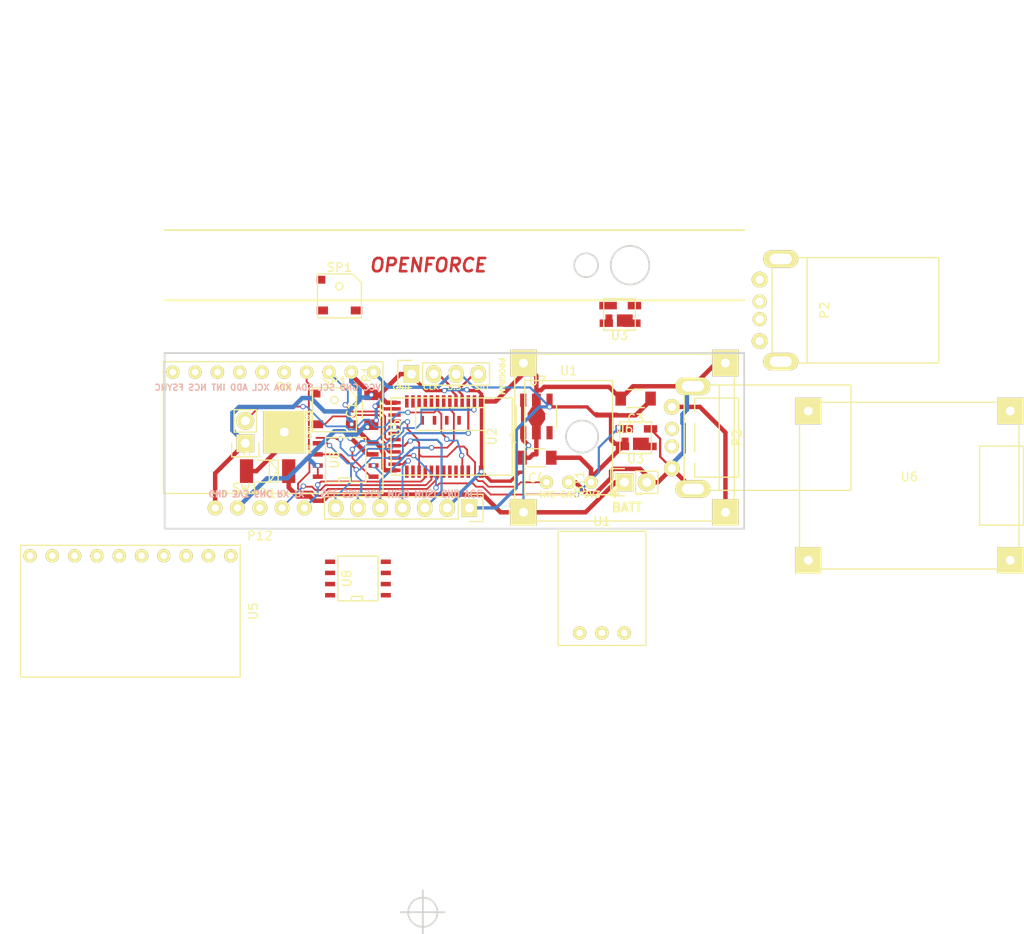
<source format=kicad_pcb>
(kicad_pcb (version 4) (host pcbnew 4.0.2+dfsg1-stable)

  (general
    (links 107)
    (no_connects 38)
    (area 52.985599 59.945679 119.185601 92.344801)
    (thickness 1.6)
    (drawings 28)
    (tracks 489)
    (zones 0)
    (modules 26)
    (nets 51)
  )

  (page A4)
  (title_block
    (date "26 jul 2013")
  )

  (layers
    (0 F.Cu signal)
    (31 B.Cu signal)
    (32 B.Adhes user)
    (33 F.Adhes user)
    (34 B.Paste user)
    (35 F.Paste user)
    (36 B.SilkS user)
    (37 F.SilkS user)
    (38 B.Mask user)
    (39 F.Mask user)
    (40 Dwgs.User user)
    (41 Cmts.User user)
    (42 Eco1.User user)
    (43 Eco2.User user)
    (44 Edge.Cuts user)
    (45 Margin user)
    (46 B.CrtYd user)
    (47 F.CrtYd user)
    (48 B.Fab user)
    (49 F.Fab user)
  )

  (setup
    (last_trace_width 0.25)
    (user_trace_width 0.2032)
    (user_trace_width 0.254)
    (user_trace_width 0.381)
    (user_trace_width 0.508)
    (user_trace_width 1.016)
    (user_trace_width 1.27)
    (user_trace_width 2.032)
    (user_trace_width 2.54)
    (trace_clearance 0.2)
    (zone_clearance 0.508)
    (zone_45_only yes)
    (trace_min 0.1238)
    (segment_width 0.2)
    (edge_width 0.2)
    (via_size 0.6)
    (via_drill 0.4)
    (via_min_size 0.4)
    (via_min_drill 0.3)
    (user_via 1.39954 1.00076)
    (user_via 1.39954 1.00076)
    (user_via 2.54 1.27)
    (user_via 2.54 1.27)
    (user_via 2.54 1.27)
    (user_via 2.54 1.27)
    (user_via 2.79908 1.99898)
    (user_via 2.79908 1.99898)
    (uvia_size 0.3)
    (uvia_drill 0.1)
    (uvias_allowed no)
    (uvia_min_size 0)
    (uvia_min_drill 0)
    (pcb_text_width 0.3)
    (pcb_text_size 1.5 1.5)
    (mod_edge_width 0.15)
    (mod_text_size 1 1)
    (mod_text_width 0.15)
    (pad_size 1.5 1.5)
    (pad_drill 0.6)
    (pad_to_mask_clearance 0.2)
    (aux_axis_origin 106.0856 81.2348)
    (grid_origin 106.0856 81.2448)
    (visible_elements FFFFEFFF)
    (pcbplotparams
      (layerselection 0x010f0_80000001)
      (usegerberextensions false)
      (excludeedgelayer true)
      (linewidth 0.100000)
      (plotframeref false)
      (viasonmask false)
      (mode 1)
      (useauxorigin false)
      (hpglpennumber 1)
      (hpglpenspeed 20)
      (hpglpendiameter 15)
      (hpglpenoverlay 2)
      (psnegative false)
      (psa4output false)
      (plotreference true)
      (plotvalue true)
      (plotinvisibletext false)
      (padsonsilk false)
      (subtractmaskfromsilk false)
      (outputformat 1)
      (mirror false)
      (drillshape 0)
      (scaleselection 1)
      (outputdirectory ""))
  )

  (net 0 "")
  (net 1 GND)
  (net 2 +3V3)
  (net 3 +5V)
  (net 4 "Net-(P12-Pad2)")
  (net 5 "Net-(P12-Pad1)")
  (net 6 "Net-(P2-Pad2)")
  (net 7 "Net-(P2-Pad3)")
  (net 8 "Net-(SP1-Pad1)")
  (net 9 "Net-(BT1-Pad1)")
  (net 10 "Net-(P1-Pad2)")
  (net 11 "Net-(P1-Pad4)")
  (net 12 "Net-(P3-Pad3)")
  (net 13 "Net-(P3-Pad4)")
  (net 14 "Net-(P3-Pad5)")
  (net 15 "Net-(P3-Pad6)")
  (net 16 "Net-(P3-Pad7)")
  (net 17 "Net-(SW1-Pad2)")
  (net 18 "Net-(U1-Pad1)")
  (net 19 "Net-(U2-Pad39)")
  (net 20 "Net-(U2-Pad38)")
  (net 21 "Net-(U2-Pad40)")
  (net 22 "Net-(U2-Pad41)")
  (net 23 "Net-(U2-Pad23)")
  (net 24 "Net-(U2-Pad16)")
  (net 25 "Net-(U2-Pad17)")
  (net 26 "Net-(U2-Pad18)")
  (net 27 "Net-(U2-Pad20)")
  (net 28 "Net-(U2-Pad19)")
  (net 29 "Net-(U2-Pad36)")
  (net 30 "Net-(U2-Pad33)")
  (net 31 "Net-(U2-Pad34)")
  (net 32 "Net-(U2-Pad32)")
  (net 33 "Net-(U2-Pad26)")
  (net 34 "Net-(U2-Pad27)")
  (net 35 "Net-(U2-Pad31)")
  (net 36 "Net-(U2-Pad9)")
  (net 37 "Net-(U2-Pad10)")
  (net 38 "Net-(U2-Pad12)")
  (net 39 "Net-(U2-Pad11)")
  (net 40 "Net-(U2-Pad13)")
  (net 41 "Net-(U2-Pad7)")
  (net 42 "Net-(U3-Pad4)")
  (net 43 "Net-(U5-Pad5)")
  (net 44 "Net-(U5-Pad6)")
  (net 45 "Net-(U5-Pad7)")
  (net 46 "Net-(U5-Pad8)")
  (net 47 "Net-(U5-Pad9)")
  (net 48 "Net-(U5-Pad10)")
  (net 49 "Net-(U7-Pad3)")
  (net 50 "Net-(D1-Pad2)")

  (net_class Default "これは標準のネット クラスです。"
    (clearance 0.2)
    (trace_width 0.25)
    (via_dia 0.6)
    (via_drill 0.4)
    (uvia_dia 0.3)
    (uvia_drill 0.1)
    (add_net +3V3)
    (add_net +5V)
    (add_net GND)
    (add_net "Net-(BT1-Pad1)")
    (add_net "Net-(D1-Pad2)")
    (add_net "Net-(P1-Pad2)")
    (add_net "Net-(P1-Pad4)")
    (add_net "Net-(P12-Pad1)")
    (add_net "Net-(P12-Pad2)")
    (add_net "Net-(P2-Pad2)")
    (add_net "Net-(P2-Pad3)")
    (add_net "Net-(P3-Pad3)")
    (add_net "Net-(P3-Pad4)")
    (add_net "Net-(P3-Pad5)")
    (add_net "Net-(P3-Pad6)")
    (add_net "Net-(P3-Pad7)")
    (add_net "Net-(SP1-Pad1)")
    (add_net "Net-(SW1-Pad2)")
    (add_net "Net-(U1-Pad1)")
    (add_net "Net-(U2-Pad10)")
    (add_net "Net-(U2-Pad11)")
    (add_net "Net-(U2-Pad12)")
    (add_net "Net-(U2-Pad13)")
    (add_net "Net-(U2-Pad16)")
    (add_net "Net-(U2-Pad17)")
    (add_net "Net-(U2-Pad18)")
    (add_net "Net-(U2-Pad19)")
    (add_net "Net-(U2-Pad20)")
    (add_net "Net-(U2-Pad23)")
    (add_net "Net-(U2-Pad26)")
    (add_net "Net-(U2-Pad27)")
    (add_net "Net-(U2-Pad31)")
    (add_net "Net-(U2-Pad32)")
    (add_net "Net-(U2-Pad33)")
    (add_net "Net-(U2-Pad34)")
    (add_net "Net-(U2-Pad36)")
    (add_net "Net-(U2-Pad38)")
    (add_net "Net-(U2-Pad39)")
    (add_net "Net-(U2-Pad40)")
    (add_net "Net-(U2-Pad41)")
    (add_net "Net-(U2-Pad7)")
    (add_net "Net-(U2-Pad9)")
    (add_net "Net-(U3-Pad4)")
    (add_net "Net-(U5-Pad10)")
    (add_net "Net-(U5-Pad5)")
    (add_net "Net-(U5-Pad6)")
    (add_net "Net-(U5-Pad7)")
    (add_net "Net-(U5-Pad8)")
    (add_net "Net-(U5-Pad9)")
    (add_net "Net-(U7-Pad3)")
  )

  (module SMD_Packages:SOIC-8-N (layer F.Cu) (tedit 0) (tstamp 5A7EA981)
    (at 75.1006 97.9198 90)
    (descr "Module Narrow CMS SOJ 8 pins large")
    (tags "CMS SOJ")
    (path /5A7B214B)
    (attr smd)
    (fp_text reference U8 (at 0 -1.27 90) (layer F.SilkS)
      (effects (font (size 1 1) (thickness 0.15)))
    )
    (fp_text value 25LC_EEPROM (at 0 1.27 90) (layer F.Fab)
      (effects (font (size 1 1) (thickness 0.15)))
    )
    (fp_line (start -2.54 -2.286) (end 2.54 -2.286) (layer F.SilkS) (width 0.15))
    (fp_line (start 2.54 -2.286) (end 2.54 2.286) (layer F.SilkS) (width 0.15))
    (fp_line (start 2.54 2.286) (end -2.54 2.286) (layer F.SilkS) (width 0.15))
    (fp_line (start -2.54 2.286) (end -2.54 -2.286) (layer F.SilkS) (width 0.15))
    (fp_line (start -2.54 -0.762) (end -2.032 -0.762) (layer F.SilkS) (width 0.15))
    (fp_line (start -2.032 -0.762) (end -2.032 0.508) (layer F.SilkS) (width 0.15))
    (fp_line (start -2.032 0.508) (end -2.54 0.508) (layer F.SilkS) (width 0.15))
    (pad 8 smd rect (at -1.905 -3.175 90) (size 0.508 1.143) (layers F.Cu F.Paste F.Mask)
      (net 2 +3V3))
    (pad 7 smd rect (at -0.635 -3.175 90) (size 0.508 1.143) (layers F.Cu F.Paste F.Mask)
      (net 2 +3V3))
    (pad 6 smd rect (at 0.635 -3.175 90) (size 0.508 1.143) (layers F.Cu F.Paste F.Mask)
      (net 15 "Net-(P3-Pad6)"))
    (pad 5 smd rect (at 1.905 -3.175 90) (size 0.508 1.143) (layers F.Cu F.Paste F.Mask)
      (net 16 "Net-(P3-Pad7)"))
    (pad 4 smd rect (at 1.905 3.175 90) (size 0.508 1.143) (layers F.Cu F.Paste F.Mask)
      (net 1 GND))
    (pad 3 smd rect (at 0.635 3.175 90) (size 0.508 1.143) (layers F.Cu F.Paste F.Mask)
      (net 2 +3V3))
    (pad 2 smd rect (at -0.635 3.175 90) (size 0.508 1.143) (layers F.Cu F.Paste F.Mask)
      (net 14 "Net-(P3-Pad5)"))
    (pad 1 smd rect (at -1.905 3.175 90) (size 0.508 1.143) (layers F.Cu F.Paste F.Mask)
      (net 26 "Net-(U2-Pad18)"))
    (model SMD_Packages.3dshapes/SOIC-8-N.wrl
      (at (xyz 0 0 0))
      (scale (xyz 0.5 0.38 0.5))
      (rotate (xyz 0 0 0))
    )
  )

  (module library:USB-4AM103 (layer F.Cu) (tedit 5A7AE6D1) (tstamp 5A7EA96E)
    (at 126.2456 67.3798 270)
    (descr USB-4AM103)
    (tags USB-4AM103)
    (path /596DDA5D)
    (fp_text reference P2 (at 0 -2 270) (layer F.SilkS)
      (effects (font (size 1 1) (thickness 0.15)))
    )
    (fp_text value USB_B (at 0 -0.5 270) (layer F.Fab)
      (effects (font (size 1 1) (thickness 0.15)))
    )
    (fp_line (start -6 0) (end -6 4) (layer F.SilkS) (width 0.15))
    (fp_line (start -6 4) (end 6 4) (layer F.SilkS) (width 0.15))
    (fp_line (start 6 4) (end 6 0) (layer F.SilkS) (width 0.15))
    (fp_line (start 6 -15) (end -6 -15) (layer F.SilkS) (width 0.15))
    (fp_line (start -6 -15) (end -6 0) (layer F.SilkS) (width 0.15))
    (fp_line (start -6 0) (end 6 0) (layer F.SilkS) (width 0.15))
    (fp_line (start 6 0) (end 6 -15) (layer F.SilkS) (width 0.15))
    (pad 3 thru_hole circle (at 1 5.4 270) (size 1.6 1.6) (drill 0.93) (layers *.Cu *.Mask F.SilkS)
      (net 7 "Net-(P2-Pad3)"))
    (pad 4 thru_hole circle (at 3.5 5.4 270) (size 1.8 1.8) (drill 0.93) (layers *.Cu *.Mask F.SilkS)
      (net 1 GND))
    (pad "" np_thru_hole circle (at 2.25 3 270) (size 1.3 1.3) (drill 1.3) (layers *.Cu *.Mask F.SilkS))
    (pad 5 thru_hole oval (at 5.85 3 270) (size 2 4) (drill oval 1.2 2.5) (layers *.Cu *.Mask F.SilkS)
      (net 1 GND))
    (pad 5 thru_hole oval (at -5.85 3 270) (size 2 4) (drill oval 1.2 2.5) (layers *.Cu *.Mask F.SilkS)
      (net 1 GND))
    (pad "" np_thru_hole circle (at -2.25 3 270) (size 1.3 1.3) (drill 1.3) (layers *.Cu *.Mask F.SilkS))
    (pad 1 thru_hole circle (at -3.5 5.4 270) (size 1.8 1.8) (drill 0.93) (layers *.Cu *.Mask F.SilkS)
      (net 3 +5V))
    (pad 2 thru_hole circle (at -1 5.4 270) (size 1.6 1.6) (drill 0.93) (layers *.Cu *.Mask F.SilkS)
      (net 6 "Net-(P2-Pad2)"))
  )

  (module library:TP4056Module (layer F.Cu) (tedit 5A7ABE16) (tstamp 5A7EA94C)
    (at 137.8856 87.3448 180)
    (descr TP4056Module)
    (tags TP4056Module)
    (path /5A7B3FA1)
    (fp_text reference U6 (at 0 1 180) (layer F.SilkS)
      (effects (font (size 1 1) (thickness 0.15)))
    )
    (fp_text value TP4056Module (at 0 -1.5 180) (layer F.Fab)
      (effects (font (size 1 1) (thickness 0.15)))
    )
    (fp_line (start -13 -4.5) (end -8 -4.5) (layer F.SilkS) (width 0.15))
    (fp_line (start -8 -4.5) (end -8 4.5) (layer F.SilkS) (width 0.15))
    (fp_line (start -8 4.5) (end -13 4.5) (layer F.SilkS) (width 0.15))
    (fp_line (start -13 4.5) (end -13 -4.5) (layer F.SilkS) (width 0.15))
    (fp_line (start -12.5 0) (end -12.5 9.5) (layer F.SilkS) (width 0.15))
    (fp_line (start -12.5 9.5) (end 12.5 9.5) (layer F.SilkS) (width 0.15))
    (fp_line (start 12.5 9.5) (end 12.5 -9.5) (layer F.SilkS) (width 0.15))
    (fp_line (start 12.5 -9.5) (end -12.5 -9.5) (layer F.SilkS) (width 0.15))
    (fp_line (start -12.5 -9.5) (end -12.5 0) (layer F.SilkS) (width 0.15))
    (pad 3 thru_hole rect (at 11.5 -8.5 180) (size 3 3) (drill 1) (layers *.Cu *.Mask F.SilkS)
      (net 9 "Net-(BT1-Pad1)"))
    (pad 4 thru_hole rect (at 11.5 8.5 180) (size 3 3) (drill 1) (layers *.Cu *.Mask F.SilkS)
      (net 1 GND))
    (pad 2 thru_hole rect (at -11.5 8.5 180) (size 3 3) (drill 1) (layers *.Cu *.Mask F.SilkS)
      (net 1 GND))
    (pad 1 thru_hole rect (at -11.5 -8.5 180) (size 3 3) (drill 1) (layers *.Cu *.Mask F.SilkS)
      (net 3 +5V))
  )

  (module library:PassiveBuzzerSMD_JiangsuHuaneng_MLT-5030 (layer F.Cu) (tedit 5A48F22C) (tstamp 5A7EA912)
    (at 72.9856 65.7448)
    (descr PassiveBuzzerSMD_JiangsuHuaneng_MLT-5030)
    (tags PassiveBuzzerSMD_JiangsuHuaneng_MLT-5030)
    (path /596DFF09)
    (fp_text reference SP1 (at 0 -3.25) (layer F.SilkS)
      (effects (font (size 1 1) (thickness 0.15)))
    )
    (fp_text value SPEAKER (at 0 3.5) (layer F.Fab)
      (effects (font (size 1 1) (thickness 0.15)))
    )
    (fp_line (start -2.5 -2.5) (end -2.5 2.5) (layer F.SilkS) (width 0.15))
    (fp_line (start -2.5 2.5) (end 2.5 2.5) (layer F.SilkS) (width 0.15))
    (fp_line (start 2.5 2.5) (end 2.5 -1.5) (layer F.SilkS) (width 0.15))
    (fp_line (start 2.5 -1.5) (end 1.5 -2.5) (layer F.SilkS) (width 0.15))
    (fp_line (start 1.5 -2.5) (end -2.5 -2.5) (layer F.SilkS) (width 0.15))
    (fp_circle (center 0 -1.1) (end 0.4 -1) (layer F.SilkS) (width 0.15))
    (pad "" smd rect (at -2.1 -1.85) (size 1 0.9) (layers F.Cu F.Paste F.Mask))
    (pad 2 smd rect (at 1.95 1.65) (size 1.3 0.9) (layers F.Cu F.Paste F.Mask)
      (net 1 GND))
    (pad 1 smd rect (at -1.95 1.65) (size 1.3 0.9) (layers F.Cu F.Paste F.Mask)
      (net 8 "Net-(SP1-Pad1)"))
  )

  (module library:addressableLEDchip3535 (layer F.Cu) (tedit 5A7A997B) (tstamp 5A7EA8F6)
    (at 104.8856 67.8448 180)
    (descr addressableLEDchip3535)
    (tags addressableLEDchip3535)
    (path /5A7ADEF6)
    (fp_text reference U3 (at 0 -2.4 180) (layer F.SilkS)
      (effects (font (size 1 1) (thickness 0.15)))
    )
    (fp_text value addressableLEDchip (at 0 2.6 180) (layer F.Fab)
      (effects (font (size 1 1) (thickness 0.15)))
    )
    (fp_line (start -1.8 1.8) (end -1.8 -1.8) (layer F.SilkS) (width 0.15))
    (fp_line (start -1.8 -1.8) (end 1.8 -1.8) (layer F.SilkS) (width 0.15))
    (fp_line (start 1.8 -1.8) (end 1.8 1.8) (layer F.SilkS) (width 0.15))
    (fp_line (start 1.8 1.8) (end -1.8 1.8) (layer F.SilkS) (width 0.15))
    (pad 3 smd rect (at 1.2 -0.7 180) (size 0.8 1.4) (layers F.Cu F.Paste F.Mask)
      (net 2 +3V3))
    (pad 4 smd rect (at -0.6 -0.7 180) (size 1.8 1.4) (layers F.Cu F.Paste F.Mask)
      (net 42 "Net-(U3-Pad4)"))
    (pad 4 smd rect (at -1.4 -1 180) (size 2 0.85) (layers F.Cu F.Paste F.Mask)
      (net 42 "Net-(U3-Pad4)"))
    (pad 3 smd rect (at 1.5 -1 180) (size 1.524 0.85) (layers F.Cu F.Paste F.Mask)
      (net 2 +3V3))
    (pad 2 smd rect (at 1.3 1 180) (size 2 0.85) (layers F.Cu F.Paste F.Mask)
      (net 23 "Net-(U2-Pad23)"))
    (pad 1 smd rect (at -1.7 1 180) (size 1.524 0.85) (layers F.Cu F.Paste F.Mask)
      (net 1 GND))
  )

  (module library:ADMP401_Module (layer F.Cu) (tedit 5A7AC222) (tstamp 5A7EA8D2)
    (at 102.8856 99.0448)
    (path /5A7AFC56)
    (fp_text reference U1 (at 0 -7.62) (layer F.SilkS)
      (effects (font (size 1 1) (thickness 0.15)))
    )
    (fp_text value ADMP401Module (at 0 -0.5) (layer F.Fab)
      (effects (font (size 1 1) (thickness 0.15)))
    )
    (fp_line (start -5 6.5) (end 5 6.5) (layer F.SilkS) (width 0.15))
    (fp_line (start 5 6.5) (end 5 -6.5) (layer F.SilkS) (width 0.15))
    (fp_line (start 5 -6.5) (end -5 -6.5) (layer F.SilkS) (width 0.15))
    (fp_line (start -5 -6.5) (end -5 6.5) (layer F.SilkS) (width 0.15))
    (pad 2 thru_hole circle (at 0 5.08) (size 1.524 1.524) (drill 0.762) (layers *.Cu *.Mask F.SilkS)
      (net 1 GND))
    (pad 3 thru_hole circle (at 2.54 5.08) (size 1.524 1.524) (drill 0.762) (layers *.Cu *.Mask F.SilkS)
      (net 2 +3V3))
    (pad 1 thru_hole circle (at -2.54 5.08) (size 1.524 1.524) (drill 0.762) (layers *.Cu *.Mask F.SilkS)
      (net 18 "Net-(U1-Pad1)"))
  )

  (module library:MPU-6500_GY-6500 (layer F.Cu) (tedit 5A7AC1A0) (tstamp 5A7EA8C0)
    (at 49.1856 101.6448 270)
    (descr MPU-6500_GY-6500)
    (tags MPU-6500_GY-6500)
    (path /5A7AFE11)
    (fp_text reference U5 (at 0 -14 270) (layer F.SilkS)
      (effects (font (size 1 1) (thickness 0.15)))
    )
    (fp_text value MPU-6500_Module (at 0 14 270) (layer F.Fab)
      (effects (font (size 1 1) (thickness 0.15)))
    )
    (fp_line (start -7.5 -12.5) (end 7.5 -12.5) (layer F.SilkS) (width 0.15))
    (fp_line (start 7.5 -12.5) (end 7.5 12.5) (layer F.SilkS) (width 0.15))
    (fp_line (start 7.5 12.5) (end -7.5 12.5) (layer F.SilkS) (width 0.15))
    (fp_line (start -7.5 12.5) (end -7.5 -12.5) (layer F.SilkS) (width 0.15))
    (pad 5 thru_hole circle (at -6.31 -1.27 270) (size 1.524 1.524) (drill 0.762) (layers *.Cu *.Mask F.SilkS)
      (net 43 "Net-(U5-Pad5)"))
    (pad 6 thru_hole circle (at -6.31 1.27 270) (size 1.524 1.524) (drill 0.762) (layers *.Cu *.Mask F.SilkS)
      (net 44 "Net-(U5-Pad6)"))
    (pad 4 thru_hole circle (at -6.31 -3.81 270) (size 1.524 1.524) (drill 0.762) (layers *.Cu *.Mask F.SilkS)
      (net 35 "Net-(U2-Pad31)"))
    (pad 3 thru_hole circle (at -6.31 -6.35 270) (size 1.524 1.524) (drill 0.762) (layers *.Cu *.Mask F.SilkS)
      (net 27 "Net-(U2-Pad20)"))
    (pad 2 thru_hole circle (at -6.31 -8.89 270) (size 1.524 1.524) (drill 0.762) (layers *.Cu *.Mask F.SilkS)
      (net 1 GND))
    (pad 1 thru_hole circle (at -6.31 -11.43 270) (size 1.524 1.524) (drill 0.762) (layers *.Cu *.Mask F.SilkS)
      (net 2 +3V3))
    (pad 7 thru_hole circle (at -6.31 3.81 270) (size 1.524 1.524) (drill 0.762) (layers *.Cu *.Mask F.SilkS)
      (net 45 "Net-(U5-Pad7)"))
    (pad 8 thru_hole circle (at -6.31 6.35 270) (size 1.524 1.524) (drill 0.762) (layers *.Cu *.Mask F.SilkS)
      (net 46 "Net-(U5-Pad8)"))
    (pad 9 thru_hole circle (at -6.31 8.89 270) (size 1.524 1.524) (drill 0.762) (layers *.Cu *.Mask F.SilkS)
      (net 47 "Net-(U5-Pad9)"))
    (pad 10 thru_hole circle (at -6.31 11.43 270) (size 1.524 1.524) (drill 0.762) (layers *.Cu *.Mask F.SilkS)
      (net 48 "Net-(U5-Pad10)"))
  )

  (module library:USB-4AM103 (layer F.Cu) (tedit 5A7AE6D1) (tstamp 5A7AF0AC)
    (at 116.2456 81.8798 270)
    (descr USB-4AM103)
    (tags USB-4AM103)
    (path /596DDA5D)
    (fp_text reference P2 (at 0 -2 270) (layer F.SilkS)
      (effects (font (size 1 1) (thickness 0.15)))
    )
    (fp_text value USB_B (at 0 -0.5 270) (layer F.Fab)
      (effects (font (size 1 1) (thickness 0.15)))
    )
    (fp_line (start -6 0) (end -6 4) (layer F.SilkS) (width 0.15))
    (fp_line (start -6 4) (end 6 4) (layer F.SilkS) (width 0.15))
    (fp_line (start 6 4) (end 6 0) (layer F.SilkS) (width 0.15))
    (fp_line (start 6 -15) (end -6 -15) (layer F.SilkS) (width 0.15))
    (fp_line (start -6 -15) (end -6 0) (layer F.SilkS) (width 0.15))
    (fp_line (start -6 0) (end 6 0) (layer F.SilkS) (width 0.15))
    (fp_line (start 6 0) (end 6 -15) (layer F.SilkS) (width 0.15))
    (pad 3 thru_hole circle (at 1 5.4 270) (size 1.6 1.6) (drill 0.93) (layers *.Cu *.Mask F.SilkS)
      (net 7 "Net-(P2-Pad3)"))
    (pad 4 thru_hole circle (at 3.5 5.4 270) (size 1.8 1.8) (drill 0.93) (layers *.Cu *.Mask F.SilkS)
      (net 1 GND))
    (pad "" np_thru_hole circle (at 2.25 3 270) (size 1.3 1.3) (drill 1.3) (layers *.Cu *.Mask F.SilkS))
    (pad 5 thru_hole oval (at 5.85 3 270) (size 2 4) (drill oval 1.2 2.5) (layers *.Cu *.Mask F.SilkS)
      (net 1 GND))
    (pad 5 thru_hole oval (at -5.85 3 270) (size 2 4) (drill oval 1.2 2.5) (layers *.Cu *.Mask F.SilkS)
      (net 1 GND))
    (pad "" np_thru_hole circle (at -2.25 3 270) (size 1.3 1.3) (drill 1.3) (layers *.Cu *.Mask F.SilkS))
    (pad 1 thru_hole circle (at -3.5 5.4 270) (size 1.8 1.8) (drill 0.93) (layers *.Cu *.Mask F.SilkS)
      (net 3 +5V))
    (pad 2 thru_hole circle (at -1 5.4 270) (size 1.6 1.6) (drill 0.93) (layers *.Cu *.Mask F.SilkS)
      (net 6 "Net-(P2-Pad2)"))
  )

  (module Pin_Headers:Pin_Header_Straight_1x02 (layer F.Cu) (tedit 54EA090C) (tstamp 5A7ACEDD)
    (at 105.4506 86.9598 90)
    (descr "Through hole pin header")
    (tags "pin header")
    (path /5A47A0DB)
    (fp_text reference BT1 (at 0 -5.1 90) (layer F.SilkS)
      (effects (font (size 1 1) (thickness 0.15)))
    )
    (fp_text value Battery (at 0 -3.1 90) (layer F.Fab)
      (effects (font (size 1 1) (thickness 0.15)))
    )
    (fp_line (start 1.27 1.27) (end 1.27 3.81) (layer F.SilkS) (width 0.15))
    (fp_line (start 1.55 -1.55) (end 1.55 0) (layer F.SilkS) (width 0.15))
    (fp_line (start -1.75 -1.75) (end -1.75 4.3) (layer F.CrtYd) (width 0.05))
    (fp_line (start 1.75 -1.75) (end 1.75 4.3) (layer F.CrtYd) (width 0.05))
    (fp_line (start -1.75 -1.75) (end 1.75 -1.75) (layer F.CrtYd) (width 0.05))
    (fp_line (start -1.75 4.3) (end 1.75 4.3) (layer F.CrtYd) (width 0.05))
    (fp_line (start 1.27 1.27) (end -1.27 1.27) (layer F.SilkS) (width 0.15))
    (fp_line (start -1.55 0) (end -1.55 -1.55) (layer F.SilkS) (width 0.15))
    (fp_line (start -1.55 -1.55) (end 1.55 -1.55) (layer F.SilkS) (width 0.15))
    (fp_line (start -1.27 1.27) (end -1.27 3.81) (layer F.SilkS) (width 0.15))
    (fp_line (start -1.27 3.81) (end 1.27 3.81) (layer F.SilkS) (width 0.15))
    (pad 1 thru_hole rect (at 0 0 90) (size 2.032 2.032) (drill 1.016) (layers *.Cu *.Mask F.SilkS)
      (net 9 "Net-(BT1-Pad1)"))
    (pad 2 thru_hole oval (at 0 2.54 90) (size 2.032 2.032) (drill 1.016) (layers *.Cu *.Mask F.SilkS)
      (net 1 GND))
    (model Pin_Headers.3dshapes/Pin_Header_Straight_1x02.wrl
      (at (xyz 0 -0.05 0))
      (scale (xyz 1 1 1))
      (rotate (xyz 0 0 90))
    )
  )

  (module library:C_1206_HandSoldering_Small (layer F.Cu) (tedit 573922CB) (tstamp 5A7ACEE9)
    (at 76.6216 78.7048 90)
    (descr "Capacitor SMD 1206, reflow soldering, AVX (see smccp.pdf)")
    (tags "capacitor 1206 HandSoldering Small")
    (path /587F1469)
    (attr smd)
    (fp_text reference C1 (at 0 -2.3 90) (layer F.SilkS)
      (effects (font (size 1 1) (thickness 0.15)))
    )
    (fp_text value 0.1uF (at 0 2.3 90) (layer F.Fab)
      (effects (font (size 1 1) (thickness 0.15)))
    )
    (fp_line (start -2.3 -1.15) (end 2.3 -1.15) (layer F.CrtYd) (width 0.05))
    (fp_line (start -2.3 1.15) (end 2.3 1.15) (layer F.CrtYd) (width 0.05))
    (fp_line (start -2.3 -1.15) (end -2.3 1.15) (layer F.CrtYd) (width 0.05))
    (fp_line (start 2.3 -1.15) (end 2.3 1.15) (layer F.CrtYd) (width 0.05))
    (fp_line (start 1 -1.025) (end -1 -1.025) (layer F.SilkS) (width 0.15))
    (fp_line (start -1 1.025) (end 1 1.025) (layer F.SilkS) (width 0.15))
    (pad 1 smd rect (at -1.7 0 90) (size 1.2 1.6) (layers F.Cu F.Paste F.Mask)
      (net 2 +3V3))
    (pad 2 smd rect (at 1.7 0 90) (size 1.2 1.6) (layers F.Cu F.Paste F.Mask)
      (net 1 GND))
    (model Capacitors_SMD.3dshapes/C_1206.wrl
      (at (xyz 0 0 0))
      (scale (xyz 1 1 1))
      (rotate (xyz 0 0 0))
    )
  )

  (module library:C_1206_HandSoldering_Small (layer F.Cu) (tedit 573922CB) (tstamp 5A7ACEFB)
    (at 106.7206 77.4348 180)
    (descr "Capacitor SMD 1206, reflow soldering, AVX (see smccp.pdf)")
    (tags "capacitor 1206 HandSoldering Small")
    (path /587F145C)
    (attr smd)
    (fp_text reference C3 (at 0 -2.3 180) (layer F.SilkS)
      (effects (font (size 1 1) (thickness 0.15)))
    )
    (fp_text value 0.1uF (at 0 2.3 180) (layer F.Fab)
      (effects (font (size 1 1) (thickness 0.15)))
    )
    (fp_line (start -2.3 -1.15) (end 2.3 -1.15) (layer F.CrtYd) (width 0.05))
    (fp_line (start -2.3 1.15) (end 2.3 1.15) (layer F.CrtYd) (width 0.05))
    (fp_line (start -2.3 -1.15) (end -2.3 1.15) (layer F.CrtYd) (width 0.05))
    (fp_line (start 2.3 -1.15) (end 2.3 1.15) (layer F.CrtYd) (width 0.05))
    (fp_line (start 1 -1.025) (end -1 -1.025) (layer F.SilkS) (width 0.15))
    (fp_line (start -1 1.025) (end 1 1.025) (layer F.SilkS) (width 0.15))
    (pad 1 smd rect (at -1.7 0 180) (size 1.2 1.6) (layers F.Cu F.Paste F.Mask)
      (net 2 +3V3))
    (pad 2 smd rect (at 1.7 0 180) (size 1.2 1.6) (layers F.Cu F.Paste F.Mask)
      (net 1 GND))
    (model Capacitors_SMD.3dshapes/C_1206.wrl
      (at (xyz 0 0 0))
      (scale (xyz 1 1 1))
      (rotate (xyz 0 0 0))
    )
  )

  (module library:C_1206_HandSoldering_Small (layer F.Cu) (tedit 573922CB) (tstamp 5A7ACF07)
    (at 95.4176 84.1658 180)
    (descr "Capacitor SMD 1206, reflow soldering, AVX (see smccp.pdf)")
    (tags "capacitor 1206 HandSoldering Small")
    (path /5A7B505D)
    (attr smd)
    (fp_text reference C4 (at 0 -2.3 180) (layer F.SilkS)
      (effects (font (size 1 1) (thickness 0.15)))
    )
    (fp_text value 2.2uF (at 0 2.3 180) (layer F.Fab)
      (effects (font (size 1 1) (thickness 0.15)))
    )
    (fp_line (start -2.3 -1.15) (end 2.3 -1.15) (layer F.CrtYd) (width 0.05))
    (fp_line (start -2.3 1.15) (end 2.3 1.15) (layer F.CrtYd) (width 0.05))
    (fp_line (start -2.3 -1.15) (end -2.3 1.15) (layer F.CrtYd) (width 0.05))
    (fp_line (start 2.3 -1.15) (end 2.3 1.15) (layer F.CrtYd) (width 0.05))
    (fp_line (start 1 -1.025) (end -1 -1.025) (layer F.SilkS) (width 0.15))
    (fp_line (start -1 1.025) (end 1 1.025) (layer F.SilkS) (width 0.15))
    (pad 1 smd rect (at -1.7 0 180) (size 1.2 1.6) (layers F.Cu F.Paste F.Mask)
      (net 2 +3V3))
    (pad 2 smd rect (at 1.7 0 180) (size 1.2 1.6) (layers F.Cu F.Paste F.Mask)
      (net 1 GND))
    (model Capacitors_SMD.3dshapes/C_1206.wrl
      (at (xyz 0 0 0))
      (scale (xyz 1 1 1))
      (rotate (xyz 0 0 0))
    )
  )

  (module Pin_Headers:Pin_Header_Straight_1x04 (layer F.Cu) (tedit 0) (tstamp 5A7ACF21)
    (at 81.1936 74.6408 90)
    (descr "Through hole pin header")
    (tags "pin header")
    (path /5A7AF5F2)
    (fp_text reference P1 (at 0 -5.1 90) (layer F.SilkS)
      (effects (font (size 1 1) (thickness 0.15)))
    )
    (fp_text value CONN_01X04 (at 0 -3.1 90) (layer F.Fab)
      (effects (font (size 1 1) (thickness 0.15)))
    )
    (fp_line (start -1.75 -1.75) (end -1.75 9.4) (layer F.CrtYd) (width 0.05))
    (fp_line (start 1.75 -1.75) (end 1.75 9.4) (layer F.CrtYd) (width 0.05))
    (fp_line (start -1.75 -1.75) (end 1.75 -1.75) (layer F.CrtYd) (width 0.05))
    (fp_line (start -1.75 9.4) (end 1.75 9.4) (layer F.CrtYd) (width 0.05))
    (fp_line (start -1.27 1.27) (end -1.27 8.89) (layer F.SilkS) (width 0.15))
    (fp_line (start 1.27 1.27) (end 1.27 8.89) (layer F.SilkS) (width 0.15))
    (fp_line (start 1.55 -1.55) (end 1.55 0) (layer F.SilkS) (width 0.15))
    (fp_line (start -1.27 8.89) (end 1.27 8.89) (layer F.SilkS) (width 0.15))
    (fp_line (start 1.27 1.27) (end -1.27 1.27) (layer F.SilkS) (width 0.15))
    (fp_line (start -1.55 0) (end -1.55 -1.55) (layer F.SilkS) (width 0.15))
    (fp_line (start -1.55 -1.55) (end 1.55 -1.55) (layer F.SilkS) (width 0.15))
    (pad 1 thru_hole rect (at 0 0 90) (size 2.032 1.7272) (drill 1.016) (layers *.Cu *.Mask F.SilkS)
      (net 1 GND))
    (pad 2 thru_hole oval (at 0 2.54 90) (size 2.032 1.7272) (drill 1.016) (layers *.Cu *.Mask F.SilkS)
      (net 10 "Net-(P1-Pad2)"))
    (pad 3 thru_hole oval (at 0 5.08 90) (size 2.032 1.7272) (drill 1.016) (layers *.Cu *.Mask F.SilkS)
      (net 2 +3V3))
    (pad 4 thru_hole oval (at 0 7.62 90) (size 2.032 1.7272) (drill 1.016) (layers *.Cu *.Mask F.SilkS)
      (net 11 "Net-(P1-Pad4)"))
    (model Pin_Headers.3dshapes/Pin_Header_Straight_1x04.wrl
      (at (xyz 0 -0.15 0))
      (scale (xyz 1 1 1))
      (rotate (xyz 0 0 90))
    )
  )

  (module Pin_Headers:Pin_Header_Straight_1x07 (layer F.Cu) (tedit 0) (tstamp 5A7ACF35)
    (at 87.7976 89.8808 270)
    (descr "Through hole pin header")
    (tags "pin header")
    (path /5A7B11E2)
    (fp_text reference P3 (at 0 -5.1 270) (layer F.SilkS)
      (effects (font (size 1 1) (thickness 0.15)))
    )
    (fp_text value CONN_01X07 (at 0 -3.1 270) (layer F.Fab)
      (effects (font (size 1 1) (thickness 0.15)))
    )
    (fp_line (start -1.75 -1.75) (end -1.75 17) (layer F.CrtYd) (width 0.05))
    (fp_line (start 1.75 -1.75) (end 1.75 17) (layer F.CrtYd) (width 0.05))
    (fp_line (start -1.75 -1.75) (end 1.75 -1.75) (layer F.CrtYd) (width 0.05))
    (fp_line (start -1.75 17) (end 1.75 17) (layer F.CrtYd) (width 0.05))
    (fp_line (start 1.27 1.27) (end 1.27 16.51) (layer F.SilkS) (width 0.15))
    (fp_line (start 1.27 16.51) (end -1.27 16.51) (layer F.SilkS) (width 0.15))
    (fp_line (start -1.27 16.51) (end -1.27 1.27) (layer F.SilkS) (width 0.15))
    (fp_line (start 1.55 -1.55) (end 1.55 0) (layer F.SilkS) (width 0.15))
    (fp_line (start 1.27 1.27) (end -1.27 1.27) (layer F.SilkS) (width 0.15))
    (fp_line (start -1.55 0) (end -1.55 -1.55) (layer F.SilkS) (width 0.15))
    (fp_line (start -1.55 -1.55) (end 1.55 -1.55) (layer F.SilkS) (width 0.15))
    (pad 1 thru_hole rect (at 0 0 270) (size 2.032 1.7272) (drill 1.016) (layers *.Cu *.Mask F.SilkS)
      (net 2 +3V3))
    (pad 2 thru_hole oval (at 0 2.54 270) (size 2.032 1.7272) (drill 1.016) (layers *.Cu *.Mask F.SilkS)
      (net 1 GND))
    (pad 3 thru_hole oval (at 0 5.08 270) (size 2.032 1.7272) (drill 1.016) (layers *.Cu *.Mask F.SilkS)
      (net 12 "Net-(P3-Pad3)"))
    (pad 4 thru_hole oval (at 0 7.62 270) (size 2.032 1.7272) (drill 1.016) (layers *.Cu *.Mask F.SilkS)
      (net 13 "Net-(P3-Pad4)"))
    (pad 5 thru_hole oval (at 0 10.16 270) (size 2.032 1.7272) (drill 1.016) (layers *.Cu *.Mask F.SilkS)
      (net 14 "Net-(P3-Pad5)"))
    (pad 6 thru_hole oval (at 0 12.7 270) (size 2.032 1.7272) (drill 1.016) (layers *.Cu *.Mask F.SilkS)
      (net 15 "Net-(P3-Pad6)"))
    (pad 7 thru_hole oval (at 0 15.24 270) (size 2.032 1.7272) (drill 1.016) (layers *.Cu *.Mask F.SilkS)
      (net 16 "Net-(P3-Pad7)"))
    (model Pin_Headers.3dshapes/Pin_Header_Straight_1x07.wrl
      (at (xyz 0 -0.3 0))
      (scale (xyz 1 1 1))
      (rotate (xyz 0 0 90))
    )
  )

  (module library:PassiveBuzzerSMD_JiangsuHuaneng_MLT-5030 (layer F.Cu) (tedit 5A48F22C) (tstamp 5A7ACF54)
    (at 72.4306 78.7048)
    (descr PassiveBuzzerSMD_JiangsuHuaneng_MLT-5030)
    (tags PassiveBuzzerSMD_JiangsuHuaneng_MLT-5030)
    (path /596DFF09)
    (fp_text reference SP1 (at 0 -3.25) (layer F.SilkS)
      (effects (font (size 1 1) (thickness 0.15)))
    )
    (fp_text value SPEAKER (at 0 3.5) (layer F.Fab)
      (effects (font (size 1 1) (thickness 0.15)))
    )
    (fp_line (start -2.5 -2.5) (end -2.5 2.5) (layer F.SilkS) (width 0.15))
    (fp_line (start -2.5 2.5) (end 2.5 2.5) (layer F.SilkS) (width 0.15))
    (fp_line (start 2.5 2.5) (end 2.5 -1.5) (layer F.SilkS) (width 0.15))
    (fp_line (start 2.5 -1.5) (end 1.5 -2.5) (layer F.SilkS) (width 0.15))
    (fp_line (start 1.5 -2.5) (end -2.5 -2.5) (layer F.SilkS) (width 0.15))
    (fp_circle (center 0 -1.1) (end 0.4 -1) (layer F.SilkS) (width 0.15))
    (pad "" smd rect (at -2.1 -1.85) (size 1 0.9) (layers F.Cu F.Paste F.Mask))
    (pad 2 smd rect (at 1.95 1.65) (size 1.3 0.9) (layers F.Cu F.Paste F.Mask)
      (net 1 GND))
    (pad 1 smd rect (at -1.95 1.65) (size 1.3 0.9) (layers F.Cu F.Paste F.Mask)
      (net 8 "Net-(SP1-Pad1)"))
  )

  (module Pin_Headers:Pin_Header_Straight_1x02 (layer F.Cu) (tedit 54EA090C) (tstamp 5A7ACF5A)
    (at 62.2706 82.5148 180)
    (descr "Through hole pin header")
    (tags "pin header")
    (path /587F1460)
    (fp_text reference SW1 (at 0 -5.1 180) (layer F.SilkS)
      (effects (font (size 1 1) (thickness 0.15)))
    )
    (fp_text value RESET (at 0 -3.1 180) (layer F.Fab)
      (effects (font (size 1 1) (thickness 0.15)))
    )
    (fp_line (start 1.27 1.27) (end 1.27 3.81) (layer F.SilkS) (width 0.15))
    (fp_line (start 1.55 -1.55) (end 1.55 0) (layer F.SilkS) (width 0.15))
    (fp_line (start -1.75 -1.75) (end -1.75 4.3) (layer F.CrtYd) (width 0.05))
    (fp_line (start 1.75 -1.75) (end 1.75 4.3) (layer F.CrtYd) (width 0.05))
    (fp_line (start -1.75 -1.75) (end 1.75 -1.75) (layer F.CrtYd) (width 0.05))
    (fp_line (start -1.75 4.3) (end 1.75 4.3) (layer F.CrtYd) (width 0.05))
    (fp_line (start 1.27 1.27) (end -1.27 1.27) (layer F.SilkS) (width 0.15))
    (fp_line (start -1.55 0) (end -1.55 -1.55) (layer F.SilkS) (width 0.15))
    (fp_line (start -1.55 -1.55) (end 1.55 -1.55) (layer F.SilkS) (width 0.15))
    (fp_line (start -1.27 1.27) (end -1.27 3.81) (layer F.SilkS) (width 0.15))
    (fp_line (start -1.27 3.81) (end 1.27 3.81) (layer F.SilkS) (width 0.15))
    (pad 1 thru_hole rect (at 0 0 180) (size 2.032 2.032) (drill 1.016) (layers *.Cu *.Mask F.SilkS)
      (net 1 GND))
    (pad 2 thru_hole oval (at 0 2.54 180) (size 2.032 2.032) (drill 1.016) (layers *.Cu *.Mask F.SilkS)
      (net 17 "Net-(SW1-Pad2)"))
    (model Pin_Headers.3dshapes/Pin_Header_Straight_1x02.wrl
      (at (xyz 0 -0.05 0))
      (scale (xyz 1 1 1))
      (rotate (xyz 0 0 90))
    )
  )

  (module library:ADMP401_Module (layer F.Cu) (tedit 5A7AC222) (tstamp 5A7ACF65)
    (at 99.1006 81.8798)
    (path /5A7AFC56)
    (fp_text reference U1 (at 0 -7.62) (layer F.SilkS)
      (effects (font (size 1 1) (thickness 0.15)))
    )
    (fp_text value ADMP401Module (at 0 -0.5) (layer F.Fab)
      (effects (font (size 1 1) (thickness 0.15)))
    )
    (fp_line (start -5 6.5) (end 5 6.5) (layer F.SilkS) (width 0.15))
    (fp_line (start 5 6.5) (end 5 -6.5) (layer F.SilkS) (width 0.15))
    (fp_line (start 5 -6.5) (end -5 -6.5) (layer F.SilkS) (width 0.15))
    (fp_line (start -5 -6.5) (end -5 6.5) (layer F.SilkS) (width 0.15))
    (pad 2 thru_hole circle (at 0 5.08) (size 1.524 1.524) (drill 0.762) (layers *.Cu *.Mask F.SilkS)
      (net 1 GND))
    (pad 3 thru_hole circle (at 2.54 5.08) (size 1.524 1.524) (drill 0.762) (layers *.Cu *.Mask F.SilkS)
      (net 2 +3V3))
    (pad 1 thru_hole circle (at -2.54 5.08) (size 1.524 1.524) (drill 0.762) (layers *.Cu *.Mask F.SilkS)
      (net 18 "Net-(U1-Pad1)"))
  )

  (module library:MDBT42 (layer F.Cu) (tedit 5A7A6F3A) (tstamp 5A7ACF9A)
    (at 85.7656 81.7528 270)
    (descr MDBT42)
    (tags MDBT42)
    (path /5A7A956A)
    (fp_text reference U2 (at 0 -4.6 270) (layer F.SilkS)
      (effects (font (size 1 1) (thickness 0.15)))
    )
    (fp_text value MDBT42 (at 0 -7.6 270) (layer F.Fab)
      (effects (font (size 1 1) (thickness 0.15)))
    )
    (fp_line (start -0.7 -3.7) (end -0.7 4.1) (layer F.SilkS) (width 0.15))
    (fp_line (start -0.7 4.1) (end -3.3 4.1) (layer F.SilkS) (width 0.15))
    (fp_line (start -3.3 4.1) (end -3.3 -3.7) (layer F.SilkS) (width 0.15))
    (fp_line (start -4.4 -3.7) (end 4.4 -3.7) (layer F.SilkS) (width 0.15))
    (fp_line (start -4.4 -6.9) (end -4.4 6.9) (layer F.SilkS) (width 0.15))
    (fp_line (start -4.4 6.9) (end 4.4 6.9) (layer F.SilkS) (width 0.15))
    (fp_line (start 4.4 6.9) (end 4.4 -6.9) (layer F.SilkS) (width 0.15))
    (fp_line (start 4.4 -6.9) (end -4.4 -6.9) (layer F.SilkS) (width 0.15))
    (pad 39 smd rect (at -1.85 0.55 270) (size 1 0.4) (layers F.Cu F.Paste F.Mask)
      (net 19 "Net-(U2-Pad39)"))
    (pad 38 smd rect (at -1.85 -0.85 270) (size 1 0.4) (layers F.Cu F.Paste F.Mask)
      (net 20 "Net-(U2-Pad38)"))
    (pad 40 smd rect (at -1.85 1.95 270) (size 1 0.4) (layers F.Cu F.Paste F.Mask)
      (net 21 "Net-(U2-Pad40)"))
    (pad 41 smd rect (at -1.85 3.35 270) (size 1 0.4) (layers F.Cu F.Paste F.Mask)
      (net 22 "Net-(U2-Pad41)"))
    (pad 25 smd rect (at 3.85 6.35 270) (size 0.4 1.1) (layers F.Cu F.Paste F.Mask)
      (net 1 GND))
    (pad 24 smd rect (at 3.15 6.5 270) (size 0.4 1.4) (layers F.Cu F.Paste F.Mask)
      (net 13 "Net-(P3-Pad4)"))
    (pad 23 smd rect (at 2.45 6.5 270) (size 0.4 1.4) (layers F.Cu F.Paste F.Mask)
      (net 23 "Net-(U2-Pad23)"))
    (pad 21 smd rect (at 1.05 6.5 270) (size 0.4 1.4) (layers F.Cu F.Paste F.Mask)
      (net 12 "Net-(P3-Pad3)"))
    (pad 22 smd rect (at 1.75 6.5 270) (size 0.4 1.4) (layers F.Cu F.Paste F.Mask)
      (net 8 "Net-(SP1-Pad1)"))
    (pad 16 smd rect (at -2.45 6.5 270) (size 0.4 1.4) (layers F.Cu F.Paste F.Mask)
      (net 24 "Net-(U2-Pad16)"))
    (pad 15 smd rect (at -3.15 6.5 270) (size 0.4 1.4) (layers F.Cu F.Paste F.Mask)
      (net 2 +3V3))
    (pad 14 smd rect (at -3.85 6.35 270) (size 0.4 1.1) (layers F.Cu F.Paste F.Mask)
      (net 1 GND))
    (pad 17 smd rect (at -1.75 6.5 270) (size 0.4 1.4) (layers F.Cu F.Paste F.Mask)
      (net 25 "Net-(U2-Pad17)"))
    (pad 18 smd rect (at -1.05 6.5 270) (size 0.4 1.4) (layers F.Cu F.Paste F.Mask)
      (net 26 "Net-(U2-Pad18)"))
    (pad 20 smd rect (at 0.35 6.5 270) (size 0.4 1.4) (layers F.Cu F.Paste F.Mask)
      (net 27 "Net-(U2-Pad20)"))
    (pad 19 smd rect (at -0.35 6.5 270) (size 0.4 1.4) (layers F.Cu F.Paste F.Mask)
      (net 28 "Net-(U2-Pad19)"))
    (pad 36 smd rect (at 4 -1.9 270) (size 1.4 0.4) (layers F.Cu F.Paste F.Mask)
      (net 29 "Net-(U2-Pad36)"))
    (pad 35 smd rect (at 4 -1.2 270) (size 1.4 0.4) (layers F.Cu F.Paste F.Mask)
      (net 17 "Net-(SW1-Pad2)"))
    (pad 33 smd rect (at 4 0.2 270) (size 1.4 0.4) (layers F.Cu F.Paste F.Mask)
      (net 30 "Net-(U2-Pad33)"))
    (pad 34 smd rect (at 4 -0.5 270) (size 1.4 0.4) (layers F.Cu F.Paste F.Mask)
      (net 31 "Net-(U2-Pad34)"))
    (pad 32 smd rect (at 4 0.9 270) (size 1.4 0.4) (layers F.Cu F.Paste F.Mask)
      (net 32 "Net-(U2-Pad32)"))
    (pad 26 smd rect (at 4 5.1 270) (size 1.4 0.4) (layers F.Cu F.Paste F.Mask)
      (net 33 "Net-(U2-Pad26)"))
    (pad 28 smd rect (at 4 3.7 270) (size 1.4 0.4) (layers F.Cu F.Paste F.Mask)
      (net 18 "Net-(U1-Pad1)"))
    (pad 27 smd rect (at 4 4.4 270) (size 1.4 0.4) (layers F.Cu F.Paste F.Mask)
      (net 34 "Net-(U2-Pad27)"))
    (pad 29 smd rect (at 4 3 270) (size 1.4 0.4) (layers F.Cu F.Paste F.Mask)
      (net 5 "Net-(P12-Pad1)"))
    (pad 30 smd rect (at 4 2.3 270) (size 1.4 0.4) (layers F.Cu F.Paste F.Mask)
      (net 4 "Net-(P12-Pad2)"))
    (pad 31 smd rect (at 4 1.6 270) (size 1.4 0.4) (layers F.Cu F.Paste F.Mask)
      (net 35 "Net-(U2-Pad31)"))
    (pad 8 smd rect (at -4 1.6 270) (size 1.4 0.4) (layers F.Cu F.Paste F.Mask)
      (net 17 "Net-(SW1-Pad2)"))
    (pad 9 smd rect (at -4 2.3 270) (size 1.4 0.4) (layers F.Cu F.Paste F.Mask)
      (net 36 "Net-(U2-Pad9)"))
    (pad 10 smd rect (at -4 3 270) (size 1.4 0.4) (layers F.Cu F.Paste F.Mask)
      (net 37 "Net-(U2-Pad10)"))
    (pad 12 smd rect (at -4 4.4 270) (size 1.4 0.4) (layers F.Cu F.Paste F.Mask)
      (net 38 "Net-(U2-Pad12)"))
    (pad 11 smd rect (at -4 3.7 270) (size 1.4 0.4) (layers F.Cu F.Paste F.Mask)
      (net 39 "Net-(U2-Pad11)"))
    (pad 13 smd rect (at -4 5.1 270) (size 1.4 0.4) (layers F.Cu F.Paste F.Mask)
      (net 40 "Net-(U2-Pad13)"))
    (pad 7 smd rect (at -4 0.9 270) (size 1.4 0.4) (layers F.Cu F.Paste F.Mask)
      (net 41 "Net-(U2-Pad7)"))
    (pad 5 smd rect (at -4 -0.5 270) (size 1.4 0.4) (layers F.Cu F.Paste F.Mask)
      (net 10 "Net-(P1-Pad2)"))
    (pad 6 smd rect (at -4 0.2 270) (size 1.4 0.4) (layers F.Cu F.Paste F.Mask)
      (net 14 "Net-(P3-Pad5)"))
    (pad 4 smd rect (at -4 -1.2 270) (size 1.4 0.4) (layers F.Cu F.Paste F.Mask)
      (net 11 "Net-(P1-Pad4)"))
    (pad 3 smd rect (at -4 -1.9 270) (size 1.4 0.4) (layers F.Cu F.Paste F.Mask)
      (net 15 "Net-(P3-Pad6)"))
    (pad 2 smd rect (at -4 -2.6 270) (size 1.4 0.4) (layers F.Cu F.Paste F.Mask)
      (net 16 "Net-(P3-Pad7)"))
    (pad 37 smd rect (at 4 -3.4 270) (size 1.4 0.6) (layers F.Cu F.Paste F.Mask)
      (net 1 GND))
    (pad 1 smd rect (at -4 -3.4 270) (size 1.4 0.6) (layers F.Cu F.Paste F.Mask)
      (net 1 GND))
  )

  (module library:addressableLEDchip3535 (layer F.Cu) (tedit 5A7A997B) (tstamp 5A7ACFA8)
    (at 106.7206 81.8798 180)
    (descr addressableLEDchip3535)
    (tags addressableLEDchip3535)
    (path /5A7ADEF6)
    (fp_text reference U3 (at 0 -2.4 180) (layer F.SilkS)
      (effects (font (size 1 1) (thickness 0.15)))
    )
    (fp_text value addressableLEDchip (at 0 2.6 180) (layer F.Fab)
      (effects (font (size 1 1) (thickness 0.15)))
    )
    (fp_line (start -1.8 1.8) (end -1.8 -1.8) (layer F.SilkS) (width 0.15))
    (fp_line (start -1.8 -1.8) (end 1.8 -1.8) (layer F.SilkS) (width 0.15))
    (fp_line (start 1.8 -1.8) (end 1.8 1.8) (layer F.SilkS) (width 0.15))
    (fp_line (start 1.8 1.8) (end -1.8 1.8) (layer F.SilkS) (width 0.15))
    (pad 3 smd rect (at 1.2 -0.7 180) (size 0.8 1.4) (layers F.Cu F.Paste F.Mask)
      (net 2 +3V3))
    (pad 4 smd rect (at -0.6 -0.7 180) (size 1.8 1.4) (layers F.Cu F.Paste F.Mask)
      (net 42 "Net-(U3-Pad4)"))
    (pad 4 smd rect (at -1.4 -1 180) (size 2 0.85) (layers F.Cu F.Paste F.Mask)
      (net 42 "Net-(U3-Pad4)"))
    (pad 3 smd rect (at 1.5 -1 180) (size 1.524 0.85) (layers F.Cu F.Paste F.Mask)
      (net 2 +3V3))
    (pad 2 smd rect (at 1.3 1 180) (size 2 0.85) (layers F.Cu F.Paste F.Mask)
      (net 23 "Net-(U2-Pad23)"))
    (pad 1 smd rect (at -1.7 1 180) (size 1.524 0.85) (layers F.Cu F.Paste F.Mask)
      (net 1 GND))
  )

  (module library:MPU-6500_GY-6500 (layer F.Cu) (tedit 5A7AC1A0) (tstamp 5A7ACFDC)
    (at 65.4456 80.7368 270)
    (descr MPU-6500_GY-6500)
    (tags MPU-6500_GY-6500)
    (path /5A7AFE11)
    (fp_text reference U5 (at 0 -14 270) (layer F.SilkS)
      (effects (font (size 1 1) (thickness 0.15)))
    )
    (fp_text value MPU-6500_Module (at 0 14 270) (layer F.Fab)
      (effects (font (size 1 1) (thickness 0.15)))
    )
    (fp_line (start -7.5 -12.5) (end 7.5 -12.5) (layer F.SilkS) (width 0.15))
    (fp_line (start 7.5 -12.5) (end 7.5 12.5) (layer F.SilkS) (width 0.15))
    (fp_line (start 7.5 12.5) (end -7.5 12.5) (layer F.SilkS) (width 0.15))
    (fp_line (start -7.5 12.5) (end -7.5 -12.5) (layer F.SilkS) (width 0.15))
    (pad 5 thru_hole circle (at -6.31 -1.27 270) (size 1.524 1.524) (drill 0.762) (layers *.Cu *.Mask F.SilkS)
      (net 43 "Net-(U5-Pad5)"))
    (pad 6 thru_hole circle (at -6.31 1.27 270) (size 1.524 1.524) (drill 0.762) (layers *.Cu *.Mask F.SilkS)
      (net 44 "Net-(U5-Pad6)"))
    (pad 4 thru_hole circle (at -6.31 -3.81 270) (size 1.524 1.524) (drill 0.762) (layers *.Cu *.Mask F.SilkS)
      (net 35 "Net-(U2-Pad31)"))
    (pad 3 thru_hole circle (at -6.31 -6.35 270) (size 1.524 1.524) (drill 0.762) (layers *.Cu *.Mask F.SilkS)
      (net 27 "Net-(U2-Pad20)"))
    (pad 2 thru_hole circle (at -6.31 -8.89 270) (size 1.524 1.524) (drill 0.762) (layers *.Cu *.Mask F.SilkS)
      (net 1 GND))
    (pad 1 thru_hole circle (at -6.31 -11.43 270) (size 1.524 1.524) (drill 0.762) (layers *.Cu *.Mask F.SilkS)
      (net 2 +3V3))
    (pad 7 thru_hole circle (at -6.31 3.81 270) (size 1.524 1.524) (drill 0.762) (layers *.Cu *.Mask F.SilkS)
      (net 45 "Net-(U5-Pad7)"))
    (pad 8 thru_hole circle (at -6.31 6.35 270) (size 1.524 1.524) (drill 0.762) (layers *.Cu *.Mask F.SilkS)
      (net 46 "Net-(U5-Pad8)"))
    (pad 9 thru_hole circle (at -6.31 8.89 270) (size 1.524 1.524) (drill 0.762) (layers *.Cu *.Mask F.SilkS)
      (net 47 "Net-(U5-Pad9)"))
    (pad 10 thru_hole circle (at -6.31 11.43 270) (size 1.524 1.524) (drill 0.762) (layers *.Cu *.Mask F.SilkS)
      (net 48 "Net-(U5-Pad10)"))
  )

  (module library:TP4056Module (layer F.Cu) (tedit 5A7ABE16) (tstamp 5A7ACFED)
    (at 105.4506 81.8798 180)
    (descr TP4056Module)
    (tags TP4056Module)
    (path /5A7B3FA1)
    (fp_text reference U6 (at 0 1 180) (layer F.SilkS)
      (effects (font (size 1 1) (thickness 0.15)))
    )
    (fp_text value TP4056Module (at 0 -1.5 180) (layer F.Fab)
      (effects (font (size 1 1) (thickness 0.15)))
    )
    (fp_line (start -13 -4.5) (end -8 -4.5) (layer F.SilkS) (width 0.15))
    (fp_line (start -8 -4.5) (end -8 4.5) (layer F.SilkS) (width 0.15))
    (fp_line (start -8 4.5) (end -13 4.5) (layer F.SilkS) (width 0.15))
    (fp_line (start -13 4.5) (end -13 -4.5) (layer F.SilkS) (width 0.15))
    (fp_line (start -12.5 0) (end -12.5 9.5) (layer F.SilkS) (width 0.15))
    (fp_line (start -12.5 9.5) (end 12.5 9.5) (layer F.SilkS) (width 0.15))
    (fp_line (start 12.5 9.5) (end 12.5 -9.5) (layer F.SilkS) (width 0.15))
    (fp_line (start 12.5 -9.5) (end -12.5 -9.5) (layer F.SilkS) (width 0.15))
    (fp_line (start -12.5 -9.5) (end -12.5 0) (layer F.SilkS) (width 0.15))
    (pad 3 thru_hole rect (at 11.5 -8.5 180) (size 3 3) (drill 1) (layers *.Cu *.Mask F.SilkS)
      (net 9 "Net-(BT1-Pad1)"))
    (pad 4 thru_hole rect (at 11.5 8.5 180) (size 3 3) (drill 1) (layers *.Cu *.Mask F.SilkS)
      (net 1 GND))
    (pad 2 thru_hole rect (at -11.5 8.5 180) (size 3 3) (drill 1) (layers *.Cu *.Mask F.SilkS)
      (net 1 GND))
    (pad 1 thru_hole rect (at -11.5 -8.5 180) (size 3 3) (drill 1) (layers *.Cu *.Mask F.SilkS)
      (net 3 +5V))
  )

  (module TO_SOT_Packages_SMD:SOT89-5_Housing (layer F.Cu) (tedit 0) (tstamp 5A7ACFFA)
    (at 95.4176 79.4668)
    (descr "SOT89-5, Housing,")
    (tags "SOT89-5, Housing,")
    (path /5A7B3B57)
    (attr smd)
    (fp_text reference U7 (at 0.14986 -4.04876) (layer F.SilkS)
      (effects (font (size 1 1) (thickness 0.15)))
    )
    (fp_text value NJM2884U (at 0.44958 4.699) (layer F.Fab)
      (effects (font (size 1 1) (thickness 0.15)))
    )
    (fp_line (start -2.84988 2.94894) (end -2.3495 2.94894) (layer F.SilkS) (width 0.15))
    (fp_line (start -3.05054 2.14884) (end -2.60096 1.75006) (layer F.SilkS) (width 0.15))
    (fp_line (start -2.60096 1.75006) (end -2.60096 2.94894) (layer F.SilkS) (width 0.15))
    (fp_line (start -2.30124 1.30048) (end -2.30124 -1.30048) (layer F.SilkS) (width 0.15))
    (fp_line (start 2.30124 -1.30048) (end 2.30124 1.30048) (layer F.SilkS) (width 0.15))
    (pad 2 smd trapezoid (at 0 -0.72644) (size 1.50114 0.7493) (rect_delta 0 0.50038 ) (layers F.Cu F.Paste F.Mask)
      (net 1 GND))
    (pad 5 smd rect (at -1.50114 -1.85166) (size 0.70104 1.50114) (layers F.Cu F.Paste F.Mask)
      (net 9 "Net-(BT1-Pad1)"))
    (pad 4 smd rect (at 1.50114 -1.85166) (size 0.70104 1.50114) (layers F.Cu F.Paste F.Mask)
      (net 2 +3V3))
    (pad 1 smd rect (at -1.50114 1.85166) (size 0.70104 1.50114) (layers F.Cu F.Paste F.Mask)
      (net 9 "Net-(BT1-Pad1)"))
    (pad 2 smd rect (at 0 1.85166) (size 1.00076 1.50114) (layers F.Cu F.Paste F.Mask)
      (net 1 GND))
    (pad 3 smd rect (at 1.50114 1.85166) (size 0.70104 1.50114) (layers F.Cu F.Paste F.Mask)
      (net 49 "Net-(U7-Pad3)"))
    (pad 2 smd rect (at 0 -1.85166) (size 1.00076 1.50114) (layers F.Cu F.Paste F.Mask)
      (net 1 GND))
    (pad 2 smd trapezoid (at 0 0.72644 180) (size 1.50114 0.7493) (rect_delta 0 0.50038 ) (layers F.Cu F.Paste F.Mask)
      (net 1 GND))
    (pad 2 smd rect (at 0 0) (size 1.99898 0.8001) (layers F.Cu F.Paste F.Mask)
      (net 1 GND))
    (model TO_SOT_Packages_SMD.3dshapes/SOT89-5_Housing.wrl
      (at (xyz 0 0 0))
      (scale (xyz 0.3937 0.3937 0.3937))
      (rotate (xyz 0 0 0))
    )
  )

  (module library:SolderWirePad_Circle_5xInline_0-8mmDrill (layer F.Cu) (tedit 58808034) (tstamp 5A7AD7C7)
    (at 63.9216 89.8808 180)
    (descr SolderWirePad_Circle_5xInline_0-8mmDrill)
    (tags SolderWirePad_Circle_5xInline_0-8mmDrill)
    (path /5880B604)
    (fp_text reference P12 (at 0 -3.175 180) (layer F.SilkS)
      (effects (font (size 1 1) (thickness 0.15)))
    )
    (fp_text value SERIALBUS (at -0.635 3.175 180) (layer F.Fab) hide
      (effects (font (size 1 1) (thickness 0.15)))
    )
    (pad 5 thru_hole circle (at 5.08 0 180) (size 1.7 1.7) (drill 0.8001) (layers *.Cu *.Mask F.SilkS)
      (net 1 GND))
    (pad 3 thru_hole circle (at 0 0 180) (size 1.7 1.7) (drill 0.8001) (layers *.Cu *.Mask F.SilkS)
      (net 3 +5V))
    (pad 4 thru_hole circle (at 2.54 0 180) (size 1.7 1.7) (drill 0.8001) (layers *.Cu *.Mask F.SilkS)
      (net 2 +3V3))
    (pad 2 thru_hole circle (at -2.54 0 180) (size 1.7 1.7) (drill 0.8001) (layers *.Cu *.Mask F.SilkS)
      (net 4 "Net-(P12-Pad2)"))
    (pad 1 thru_hole circle (at -5.08 0 180) (size 1.7 1.7) (drill 0.8001) (layers *.Cu *.Mask F.SilkS)
      (net 5 "Net-(P12-Pad1)"))
  )

  (module Diodes_SMD:MELF_Standard (layer F.Cu) (tedit 552FE7DB) (tstamp 5A7AE033)
    (at 64.8106 85.6898 180)
    (descr "Diode, MELF, Standard,")
    (tags "Diode MELF Standard ")
    (path /5A7B650E)
    (attr smd)
    (fp_text reference D1 (at 0 -2.54 180) (layer F.SilkS)
      (effects (font (size 1 1) (thickness 0.15)))
    )
    (fp_text value D_Schottky (at 0 3.81 180) (layer F.Fab)
      (effects (font (size 1 1) (thickness 0.15)))
    )
    (fp_line (start -3.4 -1.6) (end 3.4 -1.6) (layer F.CrtYd) (width 0.05))
    (fp_line (start 3.4 -1.6) (end 3.4 1.6) (layer F.CrtYd) (width 0.05))
    (fp_line (start 3.4 1.6) (end -3.4 1.6) (layer F.CrtYd) (width 0.05))
    (fp_line (start -3.4 1.6) (end -3.4 -1.6) (layer F.CrtYd) (width 0.05))
    (fp_line (start -1.15062 0) (end -0.20066 -1.24968) (layer F.SilkS) (width 0.15))
    (fp_line (start -0.20066 -1.24968) (end -0.20066 1.24968) (layer F.SilkS) (width 0.15))
    (fp_line (start -0.20066 1.24968) (end -1.19888 0) (layer F.SilkS) (width 0.15))
    (fp_line (start -1.19888 -1.24968) (end -1.19888 1.24968) (layer F.SilkS) (width 0.15))
    (fp_text user K (at -2.55 2.4 180) (layer F.SilkS)
      (effects (font (size 1 1) (thickness 0.15)))
    )
    (fp_text user A (at 2.35 2.35 180) (layer F.SilkS)
      (effects (font (size 1 1) (thickness 0.15)))
    )
    (fp_circle (center 0 0) (end -0.8001 0.29972) (layer F.Adhes) (width 0.381))
    (fp_circle (center 0 0) (end 0 0.55118) (layer F.Adhes) (width 0.381))
    (fp_circle (center 0 0) (end 0 0.20066) (layer F.Adhes) (width 0.381))
    (fp_line (start 1.09982 -1.24968) (end 1.19888 -1.24968) (layer F.SilkS) (width 0.15))
    (fp_line (start 1.09982 1.24968) (end 1.19888 1.24968) (layer F.SilkS) (width 0.15))
    (fp_line (start -1.19888 -1.24968) (end 1.15062 -1.24968) (layer F.SilkS) (width 0.15))
    (fp_line (start -1.19888 1.24968) (end 1.04902 1.24968) (layer F.SilkS) (width 0.15))
    (pad 1 smd rect (at -2.4003 0 180) (size 1.50114 2.70002) (layers F.Cu F.Paste F.Mask)
      (net 9 "Net-(BT1-Pad1)"))
    (pad 2 smd rect (at 2.4003 0 180) (size 1.50114 2.70002) (layers F.Cu F.Paste F.Mask)
      (net 50 "Net-(D1-Pad2)"))
    (model Diodes_SMD.3dshapes/MELF_Standard.wrl
      (at (xyz 0 0 0))
      (scale (xyz 0.3937 0.3937 0.3937))
      (rotate (xyz 0 0 180))
    )
  )

  (module Pin_Headers:Pin_Header_Straight_1x01 (layer F.Cu) (tedit 5A7BA686) (tstamp 5A7AE038)
    (at 66.7156 81.2448)
    (descr "Through hole pin header")
    (tags "pin header")
    (path /5A7B68C1)
    (fp_text reference P4 (at 0 -5.1) (layer F.SilkS)
      (effects (font (size 1 1) (thickness 0.15)))
    )
    (fp_text value CONN_01X01 (at 0 -3.1) (layer F.Fab)
      (effects (font (size 1 1) (thickness 0.15)))
    )
    (fp_line (start 1.55 -1.55) (end 1.55 0) (layer F.SilkS) (width 0.15))
    (fp_line (start -1.75 -1.75) (end -1.75 1.75) (layer F.CrtYd) (width 0.05))
    (fp_line (start 1.75 -1.75) (end 1.75 1.75) (layer F.CrtYd) (width 0.05))
    (fp_line (start -1.75 -1.75) (end 1.75 -1.75) (layer F.CrtYd) (width 0.05))
    (fp_line (start -1.75 1.75) (end 1.75 1.75) (layer F.CrtYd) (width 0.05))
    (fp_line (start -1.55 0) (end -1.55 -1.55) (layer F.SilkS) (width 0.15))
    (fp_line (start -1.55 -1.55) (end 1.55 -1.55) (layer F.SilkS) (width 0.15))
    (fp_line (start -1.27 1.27) (end 1.27 1.27) (layer F.SilkS) (width 0.15))
    (pad 1 thru_hole rect (at 0 0) (size 4.8 4.8) (drill 1.016) (layers *.Cu *.Mask F.SilkS)
      (net 50 "Net-(D1-Pad2)"))
    (model Pin_Headers.3dshapes/Pin_Header_Straight_1x01.wrl
      (at (xyz 0 0 0))
      (scale (xyz 1 1 1))
      (rotate (xyz 0 0 90))
    )
  )

  (module SMD_Packages:SOIC-8-N (layer F.Cu) (tedit 0) (tstamp 5A7BA004)
    (at 73.7006 84.4198 90)
    (descr "Module Narrow CMS SOJ 8 pins large")
    (tags "CMS SOJ")
    (path /5A7B214B)
    (attr smd)
    (fp_text reference U8 (at 0 -1.27 90) (layer F.SilkS)
      (effects (font (size 1 1) (thickness 0.15)))
    )
    (fp_text value 25LC_EEPROM (at 0 1.27 90) (layer F.Fab)
      (effects (font (size 1 1) (thickness 0.15)))
    )
    (fp_line (start -2.54 -2.286) (end 2.54 -2.286) (layer F.SilkS) (width 0.15))
    (fp_line (start 2.54 -2.286) (end 2.54 2.286) (layer F.SilkS) (width 0.15))
    (fp_line (start 2.54 2.286) (end -2.54 2.286) (layer F.SilkS) (width 0.15))
    (fp_line (start -2.54 2.286) (end -2.54 -2.286) (layer F.SilkS) (width 0.15))
    (fp_line (start -2.54 -0.762) (end -2.032 -0.762) (layer F.SilkS) (width 0.15))
    (fp_line (start -2.032 -0.762) (end -2.032 0.508) (layer F.SilkS) (width 0.15))
    (fp_line (start -2.032 0.508) (end -2.54 0.508) (layer F.SilkS) (width 0.15))
    (pad 8 smd rect (at -1.905 -3.175 90) (size 0.508 1.143) (layers F.Cu F.Paste F.Mask)
      (net 2 +3V3))
    (pad 7 smd rect (at -0.635 -3.175 90) (size 0.508 1.143) (layers F.Cu F.Paste F.Mask)
      (net 2 +3V3))
    (pad 6 smd rect (at 0.635 -3.175 90) (size 0.508 1.143) (layers F.Cu F.Paste F.Mask)
      (net 15 "Net-(P3-Pad6)"))
    (pad 5 smd rect (at 1.905 -3.175 90) (size 0.508 1.143) (layers F.Cu F.Paste F.Mask)
      (net 16 "Net-(P3-Pad7)"))
    (pad 4 smd rect (at 1.905 3.175 90) (size 0.508 1.143) (layers F.Cu F.Paste F.Mask)
      (net 1 GND))
    (pad 3 smd rect (at 0.635 3.175 90) (size 0.508 1.143) (layers F.Cu F.Paste F.Mask)
      (net 2 +3V3))
    (pad 2 smd rect (at -0.635 3.175 90) (size 0.508 1.143) (layers F.Cu F.Paste F.Mask)
      (net 14 "Net-(P3-Pad5)"))
    (pad 1 smd rect (at -1.905 3.175 90) (size 0.508 1.143) (layers F.Cu F.Paste F.Mask)
      (net 26 "Net-(U2-Pad18)"))
    (model SMD_Packages.3dshapes/SOIC-8-N.wrl
      (at (xyz 0 0 0))
      (scale (xyz 0.5 0.38 0.5))
      (rotate (xyz 0 0 0))
    )
  )

  (gr_text OPENFORCE (at 83.0856 62.2448) (layer F.Mask)
    (effects (font (size 1.5 1.5) (thickness 0.3) italic))
  )
  (gr_line (start 53.0856 66.2448) (end 119.0856 66.2448) (angle 90) (layer F.SilkS) (width 0.2))
  (gr_line (start 53.0856 58.2448) (end 119.0856 58.2448) (angle 90) (layer F.SilkS) (width 0.2))
  (gr_text OPENFORCE (at 83.0856 62.2448) (layer F.Cu)
    (effects (font (size 1.5 1.5) (thickness 0.3) italic))
  )
  (gr_circle (center 101.0856 62.2448) (end 102 63.2448) (layer Edge.Cuts) (width 0.2))
  (gr_circle (center 106.0856 62.2448) (end 107 64.2448) (layer Edge.Cuts) (width 0.2))
  (gr_line (start 53.0856 72.2448) (end 119.0856 72.2448) (angle 90) (layer Edge.Cuts) (width 0.2))
  (gr_line (start 53.0856 92.2448) (end 53.0856 72.2448) (angle 90) (layer Edge.Cuts) (width 0.2))
  (gr_line (start 119.0856 92.2448) (end 53.0856 92.2448) (angle 90) (layer Edge.Cuts) (width 0.2))
  (gr_line (start 119.0856 72.2448) (end 119.0856 92.2448) (angle 90) (layer Edge.Cuts) (width 0.2))
  (gr_text "MIC GND 3V3" (at 99.2276 88.3568) (layer F.SilkS)
    (effects (font (size 0.7 0.7) (thickness 0.15)))
  )
  (gr_text "VCC GND SCL SDA XDA XCL ADD INT NCS FSYNC" (at 64.8106 76.1648) (layer B.SilkS)
    (effects (font (size 0.7 0.7) (thickness 0.15)) (justify mirror))
  )
  (gr_text PROGRAM (at 91.4806 74.8948 270) (layer F.SilkS)
    (effects (font (size 0.6 0.6) (thickness 0.15)))
  )
  (gr_text "GND 3V3 5NC RX TX" (at 63.5406 88.2298 180) (layer B.SilkS)
    (effects (font (size 0.7 0.7) (thickness 0.175)) (justify mirror))
  )
  (gr_text "SCL SDA SCK MISO MOSI GND VCC" (at 80.0506 88.2298 180) (layer B.SilkS)
    (effects (font (size 0.8 0.7) (thickness 0.175)) (justify mirror))
  )
  (dimension 51.308402 (width 0.3) (layer Eco1.User)
    (gr_text "51.308 mm" (at 82.347393 68.819039 0.2269127919) (layer Eco1.User)
      (effects (font (size 1.5 1.5) (thickness 0.3)))
    )
    (feature1 (pts (xy 108.016 72.4056) (xy 107.996047 67.36745)))
    (feature2 (pts (xy 56.708 72.6088) (xy 56.688047 67.57065)))
    (crossbar (pts (xy 56.69874 70.270629) (xy 108.00674 70.067429)))
    (arrow1a (pts (xy 108.00674 70.067429) (xy 106.882568 70.658307)))
    (arrow1b (pts (xy 108.00674 70.067429) (xy 106.877923 69.485474)))
    (arrow2a (pts (xy 56.69874 70.270629) (xy 57.827557 70.852584)))
    (arrow2b (pts (xy 56.69874 70.270629) (xy 57.822912 69.679751)))
  )
  (gr_text "MIC GND 3V3" (at 69.5604 81.2448 90) (layer F.SilkS)
    (effects (font (size 0.5 0.5) (thickness 0.125)))
  )
  (gr_text "+  -\nBATT" (at 105.73 89.0172) (layer F.SilkS)
    (effects (font (size 1 1) (thickness 0.25)))
  )
  (gr_text "GND   CLK  3.3   SIO " (at 84.7496 76.1648) (layer F.SilkS)
    (effects (font (size 0.5 0.65) (thickness 0.125)))
  )
  (gr_circle (center 100.6246 81.7528) (end 102.1486 82.7688) (layer Edge.Cuts) (width 0.2))
  (dimension 8.5 (width 0.3) (layer Eco1.User)
    (gr_text "8.500 mm" (at 118.9356 67.9948 90) (layer Eco1.User)
      (effects (font (size 1.5 1.5) (thickness 0.3)))
    )
    (feature1 (pts (xy 106.0856 63.7448) (xy 120.2856 63.7448)))
    (feature2 (pts (xy 106.0856 72.2448) (xy 120.2856 72.2448)))
    (crossbar (pts (xy 117.5856 72.2448) (xy 117.5856 63.7448)))
    (arrow1a (pts (xy 117.5856 63.7448) (xy 118.172021 64.871304)))
    (arrow1b (pts (xy 117.5856 63.7448) (xy 116.999179 64.871304)))
    (arrow2a (pts (xy 117.5856 72.2448) (xy 118.172021 71.118296)))
    (arrow2b (pts (xy 117.5856 72.2448) (xy 116.999179 71.118296)))
  )
  (dimension 66 (width 0.3) (layer Eco1.User)
    (gr_text "66.000 mm" (at 77.6576 118.0948) (layer Eco1.User)
      (effects (font (size 1.5 1.5) (thickness 0.3)))
    )
    (feature1 (pts (xy 44.6576 81.2448) (xy 44.6576 119.4448)))
    (feature2 (pts (xy 110.6576 81.2448) (xy 110.6576 119.4448)))
    (crossbar (pts (xy 110.6576 116.7448) (xy 44.6576 116.7448)))
    (arrow1a (pts (xy 44.6576 116.7448) (xy 45.784104 116.158379)))
    (arrow1b (pts (xy 44.6576 116.7448) (xy 45.784104 117.331221)))
    (arrow2a (pts (xy 110.6576 116.7448) (xy 109.531096 116.158379)))
    (arrow2b (pts (xy 110.6576 116.7448) (xy 109.531096 117.331221)))
  )
  (dimension 67.5 (width 0.3) (layer Eco1.User)
    (gr_text "67.500 mm" (at 72.3356 33.8948) (layer Eco1.User)
      (effects (font (size 1.5 1.5) (thickness 0.3)))
    )
    (feature1 (pts (xy 38.5856 66.2448) (xy 38.5856 32.5448)))
    (feature2 (pts (xy 106.0856 66.2448) (xy 106.0856 32.5448)))
    (crossbar (pts (xy 106.0856 35.2448) (xy 38.5856 35.2448)))
    (arrow1a (pts (xy 38.5856 35.2448) (xy 39.712104 34.658379)))
    (arrow1b (pts (xy 38.5856 35.2448) (xy 39.712104 35.831221)))
    (arrow2a (pts (xy 106.0856 35.2448) (xy 104.959096 34.658379)))
    (arrow2b (pts (xy 106.0856 35.2448) (xy 104.959096 35.831221)))
  )
  (dimension 35 (width 0.3) (layer Eco1.User)
    (gr_text "35.000 mm" (at 117.4356 81.2448 90) (layer Eco1.User)
      (effects (font (size 1.5 1.5) (thickness 0.3)))
    )
    (feature1 (pts (xy 106.0856 63.7448) (xy 118.7856 63.7448)))
    (feature2 (pts (xy 106.0856 98.7448) (xy 118.7856 98.7448)))
    (crossbar (pts (xy 116.0856 98.7448) (xy 116.0856 63.7448)))
    (arrow1a (pts (xy 116.0856 63.7448) (xy 116.672021 64.871304)))
    (arrow1b (pts (xy 116.0856 63.7448) (xy 115.499179 64.871304)))
    (arrow2a (pts (xy 116.0856 98.7448) (xy 116.672021 97.618296)))
    (arrow2b (pts (xy 116.0856 98.7448) (xy 115.499179 97.618296)))
  )
  (dimension 30 (width 0.3) (layer Eco1.User)
    (gr_text "30.000 mm" (at 112.4356 81.2448 90) (layer Eco1.User)
      (effects (font (size 1.5 1.5) (thickness 0.3)))
    )
    (feature1 (pts (xy 96.0856 66.2448) (xy 113.7856 66.2448)))
    (feature2 (pts (xy 96.0856 96.2448) (xy 113.7856 96.2448)))
    (crossbar (pts (xy 111.0856 96.2448) (xy 111.0856 66.2448)))
    (arrow1a (pts (xy 111.0856 66.2448) (xy 111.672021 67.371304)))
    (arrow1b (pts (xy 111.0856 66.2448) (xy 110.499179 67.371304)))
    (arrow2a (pts (xy 111.0856 96.2448) (xy 111.672021 95.118296)))
    (arrow2b (pts (xy 111.0856 96.2448) (xy 110.499179 95.118296)))
  )
  (dimension 55 (width 0.3) (layer Eco1.User)
    (gr_text "55.000 mm" (at 78.5856 39.8948) (layer Eco1.User)
      (effects (font (size 1.5 1.5) (thickness 0.3)))
    )
    (feature1 (pts (xy 51.0856 66.2448) (xy 51.0856 38.5448)))
    (feature2 (pts (xy 106.0856 66.2448) (xy 106.0856 38.5448)))
    (crossbar (pts (xy 106.0856 41.2448) (xy 51.0856 41.2448)))
    (arrow1a (pts (xy 51.0856 41.2448) (xy 52.212104 40.658379)))
    (arrow1b (pts (xy 51.0856 41.2448) (xy 52.212104 41.831221)))
    (arrow2a (pts (xy 106.0856 41.2448) (xy 104.959096 40.658379)))
    (arrow2b (pts (xy 106.0856 41.2448) (xy 104.959096 41.831221)))
  )
  (dimension 10 (width 0.3) (layer Eco1.User)
    (gr_text "10.000 mm" (at 101.0856 49.8948) (layer Eco1.User)
      (effects (font (size 1.5 1.5) (thickness 0.3)))
    )
    (feature1 (pts (xy 96.0856 66.2448) (xy 96.0856 48.5448)))
    (feature2 (pts (xy 106.0856 66.2448) (xy 106.0856 48.5448)))
    (crossbar (pts (xy 106.0856 51.2448) (xy 96.0856 51.2448)))
    (arrow1a (pts (xy 96.0856 51.2448) (xy 97.212104 50.658379)))
    (arrow1b (pts (xy 96.0856 51.2448) (xy 97.212104 51.831221)))
    (arrow2a (pts (xy 106.0856 51.2448) (xy 104.959096 50.658379)))
    (arrow2b (pts (xy 106.0856 51.2448) (xy 104.959096 51.831221)))
  )
  (target plus (at 82.484 135.9246) (size 5) (width 0.2) (layer Edge.Cuts))

  (segment (start 76.8756 82.5148) (end 76.5581 82.5148) (width 0.508) (layer F.Cu) (net 1))
  (segment (start 76.5581 82.5148) (end 74.3981 80.3548) (width 0.508) (layer F.Cu) (net 1) (tstamp 5A7BA907))
  (segment (start 74.3981 80.3548) (end 74.3806 80.3548) (width 0.508) (layer F.Cu) (net 1) (tstamp 5A7BA90A))
  (segment (start 95.4176 76.4823) (end 95.9256 76.4823) (width 0.508) (layer F.Cu) (net 1))
  (segment (start 103.6871 76.1013) (end 105.0206 77.4348) (width 0.508) (layer F.Cu) (net 1) (tstamp 5A7BA8AD))
  (segment (start 96.3066 76.1013) (end 103.6871 76.1013) (width 0.508) (layer F.Cu) (net 1) (tstamp 5A7BA8AC))
  (segment (start 95.9256 76.4823) (end 96.3066 76.1013) (width 0.508) (layer F.Cu) (net 1) (tstamp 5A7BA8AB))
  (segment (start 76.6216 77.0048) (end 76.3186 77.3078) (width 0.508) (layer B.Cu) (net 1))
  (segment (start 75.2881 77.3078) (end 75.2881 77.6253) (width 0.508) (layer B.Cu) (net 1))
  (segment (start 75.2881 76.45693) (end 75.2881 77.3078) (width 0.508) (layer B.Cu) (net 1))
  (segment (start 75.2881 77.3078) (end 76.3186 77.3078) (width 0.508) (layer B.Cu) (net 1))
  (via (at 76.6216 77.0048) (size 0.6) (drill 0.4) (layers F.Cu B.Cu) (net 1))
  (via (at 74.3806 80.3548) (size 0.6) (drill 0.4) (layers F.Cu B.Cu) (net 1))
  (segment (start 74.3806 80.0833) (end 74.3806 80.3548) (width 0.508) (layer B.Cu) (net 1))
  (segment (start 74.0181 79.7208) (end 74.3806 80.0833) (width 0.508) (layer B.Cu) (net 1))
  (segment (start 74.0181 78.8953) (end 74.0181 79.7208) (width 0.508) (layer B.Cu) (net 1))
  (segment (start 60.800599 81.044799) (end 60.800599 79.0223) (width 0.508) (layer B.Cu) (net 1))
  (segment (start 60.800599 79.0223) (end 60.925096 79.0223) (width 0.508) (layer B.Cu) (net 1))
  (segment (start 60.925096 79.0223) (end 61.556597 78.390799) (width 0.508) (layer B.Cu) (net 1))
  (segment (start 69.0016 77.3713) (end 69.7636 77.3713) (width 0.508) (layer B.Cu) (net 1))
  (segment (start 68.7476 77.3713) (end 69.0016 77.3713) (width 0.508) (layer B.Cu) (net 1))
  (segment (start 74.0181 78.8953) (end 71.2876 78.8953) (width 0.508) (layer B.Cu) (net 1))
  (segment (start 71.2876 78.8953) (end 69.7636 77.3713) (width 0.508) (layer B.Cu) (net 1))
  (segment (start 75.2881 77.6253) (end 74.0181 78.8953) (width 0.508) (layer B.Cu) (net 1))
  (segment (start 74.3356 74.4268) (end 74.3356 75.50443) (width 0.508) (layer B.Cu) (net 1))
  (segment (start 74.3356 75.50443) (end 75.2881 76.45693) (width 0.508) (layer B.Cu) (net 1))
  (segment (start 67.728101 78.390799) (end 68.7476 77.3713) (width 0.508) (layer B.Cu) (net 1))
  (segment (start 61.556597 78.390799) (end 67.728101 78.390799) (width 0.508) (layer B.Cu) (net 1))
  (segment (start 62.2706 82.5148) (end 60.800599 81.044799) (width 0.508) (layer B.Cu) (net 1))
  (segment (start 78.0186 83.73235) (end 78.0186 85.373002) (width 0.508) (layer F.Cu) (net 1))
  (segment (start 78.0186 85.373002) (end 78.248398 85.6028) (width 0.508) (layer F.Cu) (net 1))
  (segment (start 78.248398 85.6028) (end 78.3576 85.6028) (width 0.508) (layer F.Cu) (net 1))
  (segment (start 78.3576 85.6028) (end 79.4156 85.6028) (width 0.508) (layer F.Cu) (net 1))
  (segment (start 77.7646 83.145398) (end 78.0186 83.73235) (width 0.508) (layer F.Cu) (net 1))
  (segment (start 77.7011 83.0228) (end 77.7011 83.140299) (width 0.381) (layer F.Cu) (net 1))
  (segment (start 77.7011 83.140299) (end 77.759501 83.140299) (width 0.381) (layer F.Cu) (net 1))
  (segment (start 77.759501 83.140299) (end 77.7646 83.145398) (width 0.381) (layer F.Cu) (net 1))
  (segment (start 77.1931 82.5148) (end 77.7011 83.0228) (width 0.508) (layer F.Cu) (net 1))
  (segment (start 76.8756 82.5148) (end 77.1931 82.5148) (width 0.508) (layer F.Cu) (net 1))
  (segment (start 77.4596 77.0048) (end 76.6216 77.0048) (width 0.508) (layer F.Cu) (net 1))
  (segment (start 79.4156 77.9028) (end 78.3576 77.9028) (width 0.508) (layer F.Cu) (net 1))
  (segment (start 78.3576 77.9028) (end 77.4596 77.0048) (width 0.508) (layer F.Cu) (net 1))
  (segment (start 76.6216 77.0048) (end 77.5596 77.0048) (width 0.508) (layer F.Cu) (net 1))
  (segment (start 79.9236 74.6408) (end 81.1936 74.6408) (width 0.508) (layer F.Cu) (net 1) (tstamp 5A7BA314))
  (segment (start 77.5596 77.0048) (end 79.9236 74.6408) (width 0.508) (layer F.Cu) (net 1) (tstamp 5A7BA313))
  (segment (start 58.8416 89.8808) (end 58.8416 85.9438) (width 0.508) (layer F.Cu) (net 1))
  (segment (start 58.8416 85.9438) (end 62.2706 82.5148) (width 0.508) (layer F.Cu) (net 1) (tstamp 5A7BA30D))
  (segment (start 89.1656 77.7528) (end 90.7816 77.7528) (width 0.508) (layer F.Cu) (net 1))
  (segment (start 90.7816 77.7528) (end 93.9506 74.5838) (width 0.508) (layer F.Cu) (net 1) (tstamp 5A7BA29B))
  (segment (start 93.9506 74.5838) (end 93.9506 73.3798) (width 0.508) (layer F.Cu) (net 1) (tstamp 5A7BA29C))
  (segment (start 99.1006 86.9598) (end 99.8626 86.9598) (width 0.508) (layer F.Cu) (net 1))
  (segment (start 99.8626 86.9598) (end 101.1326 88.2298) (width 0.508) (layer F.Cu) (net 1) (tstamp 5A7BA283))
  (segment (start 101.1326 88.2298) (end 102.163334 88.2298) (width 0.508) (layer F.Cu) (net 1) (tstamp 5A7BA284))
  (segment (start 102.163334 88.2298) (end 103.9266 86.466534) (width 0.508) (layer F.Cu) (net 1) (tstamp 5A7BA285))
  (segment (start 103.9266 86.466534) (end 103.9266 85.6898) (width 0.508) (layer F.Cu) (net 1) (tstamp 5A7BA286))
  (segment (start 103.9266 85.6898) (end 104.1806 85.4358) (width 0.508) (layer F.Cu) (net 1) (tstamp 5A7BA287))
  (segment (start 104.1806 85.4358) (end 107.2286 85.4358) (width 0.508) (layer F.Cu) (net 1) (tstamp 5A7BA288))
  (segment (start 107.2286 85.4358) (end 107.9906 86.1978) (width 0.508) (layer F.Cu) (net 1) (tstamp 5A7BA289))
  (segment (start 107.9906 86.1978) (end 107.9906 86.9598) (width 0.508) (layer F.Cu) (net 1) (tstamp 5A7BA28A))
  (segment (start 93.7176 84.1658) (end 94.6556 84.1658) (width 0.508) (layer F.Cu) (net 1))
  (segment (start 95.4176 83.7848) (end 95.4176 81.31846) (width 0.508) (layer F.Cu) (net 1) (tstamp 5A7BA279))
  (segment (start 95.0366 83.7848) (end 95.4176 83.7848) (width 0.508) (layer F.Cu) (net 1) (tstamp 5A7BA278))
  (segment (start 94.6556 84.1658) (end 95.0366 83.7848) (width 0.508) (layer F.Cu) (net 1) (tstamp 5A7BA277))
  (segment (start 95.4176 77.61514) (end 95.4176 76.4823) (width 0.508) (layer F.Cu) (net 1))
  (segment (start 95.4176 76.4823) (end 95.4176 74.8468) (width 0.508) (layer F.Cu) (net 1) (tstamp 5A7BA8A9))
  (segment (start 95.4176 74.8468) (end 93.9506 73.3798) (width 0.508) (layer F.Cu) (net 1) (tstamp 5A7BA26B))
  (segment (start 95.4176 79.4668) (end 95.4176 77.61514) (width 0.508) (layer F.Cu) (net 1))
  (segment (start 110.8456 85.3798) (end 110.8456 84.8668) (width 0.508) (layer B.Cu) (net 1))
  (segment (start 110.8456 84.8668) (end 112.1816 83.5308) (width 0.508) (layer B.Cu) (net 1) (tstamp 5A7BA260))
  (segment (start 112.5626 78.7048) (end 112.5626 76.7128) (width 0.508) (layer B.Cu) (net 1) (tstamp 5A7BA265))
  (segment (start 112.0546 79.2128) (end 112.5626 78.7048) (width 0.508) (layer B.Cu) (net 1) (tstamp 5A7BA264))
  (segment (start 112.0546 80.2288) (end 112.0546 79.2128) (width 0.508) (layer B.Cu) (net 1) (tstamp 5A7BA263))
  (segment (start 112.1816 80.3558) (end 112.0546 80.2288) (width 0.508) (layer B.Cu) (net 1) (tstamp 5A7BA262))
  (segment (start 112.1816 83.5308) (end 112.1816 80.3558) (width 0.508) (layer B.Cu) (net 1) (tstamp 5A7BA261))
  (segment (start 112.5626 76.7128) (end 113.2456 76.0298) (width 0.508) (layer B.Cu) (net 1) (tstamp 5A7BA266))
  (segment (start 107.9906 86.9598) (end 109.2656 86.9598) (width 0.508) (layer F.Cu) (net 1))
  (segment (start 109.2656 86.9598) (end 110.8456 85.3798) (width 0.508) (layer F.Cu) (net 1) (tstamp 5A7BA20C))
  (segment (start 109.5146 83.7848) (end 109.5146 84.0488) (width 0.254) (layer F.Cu) (net 1))
  (segment (start 109.5146 84.0488) (end 110.8456 85.3798) (width 0.254) (layer F.Cu) (net 1) (tstamp 5A7BA209))
  (segment (start 108.4206 80.8798) (end 108.4206 80.9128) (width 0.254) (layer F.Cu) (net 1))
  (segment (start 108.4206 80.9128) (end 109.5146 82.0068) (width 0.254) (layer F.Cu) (net 1) (tstamp 5A7BA1FF))
  (segment (start 109.5146 82.0068) (end 109.5146 83.7848) (width 0.254) (layer F.Cu) (net 1) (tstamp 5A7BA200))
  (segment (start 109.5146 83.7848) (end 109.5146 83.9118) (width 0.254) (layer F.Cu) (net 1) (tstamp 5A7BA207))
  (segment (start 113.2456 76.0298) (end 106.4256 76.0298) (width 0.508) (layer F.Cu) (net 1))
  (segment (start 106.4256 76.0298) (end 105.0206 77.4348) (width 0.508) (layer F.Cu) (net 1) (tstamp 5A7BA1D7))
  (segment (start 113.2456 87.7298) (end 113.1956 87.7298) (width 0.508) (layer F.Cu) (net 1))
  (segment (start 113.1956 87.7298) (end 110.8456 85.3798) (width 0.508) (layer F.Cu) (net 1) (tstamp 5A7BA1CF))
  (segment (start 116.9506 73.3798) (end 115.8956 73.3798) (width 0.508) (layer F.Cu) (net 1))
  (segment (start 115.8956 73.3798) (end 113.2456 76.0298) (width 0.508) (layer F.Cu) (net 1) (tstamp 5A7BA1CC))
  (segment (start 76.6216 77.0048) (end 76.6216 76.4188) (width 0.508) (layer F.Cu) (net 1))
  (segment (start 74.3356 74.4268) (end 74.3356 74.7188) (width 0.508) (layer F.Cu) (net 1))
  (segment (start 74.3356 74.7188) (end 76.6216 77.0048) (width 0.508) (layer F.Cu) (net 1) (tstamp 5A7AF33C))
  (segment (start 89.1656 85.7528) (end 89.1656 77.7528) (width 0.381) (layer F.Cu) (net 1))
  (segment (start 81.1936 74.6408) (end 81.1936 74.844) (width 0.381) (layer F.Cu) (net 1))
  (segment (start 81.1936 74.844) (end 82.87 76.5204) (width 0.381) (layer F.Cu) (net 1) (tstamp 5A7AF238))
  (segment (start 82.87 76.5204) (end 84.9528 76.5204) (width 0.381) (layer F.Cu) (net 1) (tstamp 5A7AF239))
  (via (at 84.9528 76.5204) (size 0.6) (drill 0.4) (layers F.Cu B.Cu) (net 1))
  (segment (start 84.9528 76.5204) (end 85.0544 76.4188) (width 0.381) (layer B.Cu) (net 1) (tstamp 5A7AF23D))
  (segment (start 85.0544 76.4188) (end 87.4928 76.4188) (width 0.381) (layer B.Cu) (net 1) (tstamp 5A7AF23E))
  (via (at 87.4928 76.4188) (size 0.6) (drill 0.4) (layers F.Cu B.Cu) (net 1))
  (segment (start 87.4928 76.4188) (end 87.5944 76.5204) (width 0.381) (layer F.Cu) (net 1) (tstamp 5A7AF241))
  (segment (start 87.5944 76.5204) (end 88.7628 76.5204) (width 0.381) (layer F.Cu) (net 1) (tstamp 5A7AF242))
  (segment (start 88.7628 76.5204) (end 89.1656 76.9232) (width 0.381) (layer F.Cu) (net 1) (tstamp 5A7AF243))
  (segment (start 89.1656 76.9232) (end 89.1656 77.7528) (width 0.381) (layer F.Cu) (net 1) (tstamp 5A7AF244))
  (via (at 89.1656 85.7528) (size 0.6) (drill 0.4) (layers F.Cu B.Cu) (net 1))
  (segment (start 86.7816 88.3568) (end 86.7816 88.1368) (width 0.381) (layer B.Cu) (net 1) (tstamp 5A7AF196))
  (segment (start 86.7816 88.1368) (end 89.1656 85.7528) (width 0.381) (layer B.Cu) (net 1) (tstamp 5A7AF195))
  (segment (start 93.5126 85.8168) (end 92.4966 86.8328) (width 0.381) (layer F.Cu) (net 1) (tstamp 5A7AF18F))
  (segment (start 92.4966 86.8328) (end 90.2456 86.8328) (width 0.381) (layer F.Cu) (net 1) (tstamp 5A7AF190))
  (segment (start 90.2456 86.8328) (end 89.1656 85.7528) (width 0.381) (layer F.Cu) (net 1) (tstamp 5A7AF191))
  (segment (start 86.7816 88.3568) (end 85.2576 89.8808) (width 0.381) (layer B.Cu) (net 1) (tstamp 5A7AF17F))
  (segment (start 95.4176 80.2288) (end 95.4176 79.50236) (width 0.381) (layer F.Cu) (net 1))
  (segment (start 95.4176 80.95524) (end 95.4176 80.2288) (width 0.381) (layer F.Cu) (net 1))
  (segment (start 95.4176 82.08046) (end 95.4176 80.95524) (width 0.381) (layer F.Cu) (net 1))
  (segment (start 85.2576 89.8808) (end 85.3846 89.8808) (width 0.254) (layer B.Cu) (net 1))
  (segment (start 95.4176 78.37714) (end 95.4176 82.08046) (width 0.254) (layer F.Cu) (net 1))
  (segment (start 95.4176 77.6888) (end 95.4176 78.37714) (width 0.254) (layer F.Cu) (net 1) (tstamp 5A7AE1A7))
  (segment (start 110.2106 85.3798) (end 110.2606 85.3798) (width 0.381) (layer F.Cu) (net 1))
  (segment (start 110.2106 85.3798) (end 110.2106 85.1666) (width 0.381) (layer F.Cu) (net 1))
  (segment (start 118.27548 74.70468) (end 116.9506 73.3798) (width 0.254) (layer F.Cu) (net 1) (tstamp 5A7AE18D))
  (segment (start 93.9506 73.3798) (end 93.9506 74.1898) (width 0.254) (layer F.Cu) (net 1))
  (segment (start 93.7176 85.8168) (end 93.5126 85.8168) (width 0.381) (layer F.Cu) (net 1))
  (segment (start 93.7176 85.8168) (end 93.2586 85.8168) (width 0.381) (layer F.Cu) (net 1))
  (segment (start 76.8756 83.7848) (end 76.1771 83.7848) (width 0.508) (layer F.Cu) (net 2))
  (segment (start 73.861689 81.596389) (end 73.861689 81.512013) (width 0.508) (layer B.Cu) (net 2) (tstamp 5A7BA91C))
  (segment (start 74.2086 81.9433) (end 73.861689 81.596389) (width 0.508) (layer B.Cu) (net 2) (tstamp 5A7BA91B))
  (via (at 74.2086 81.9433) (size 0.6) (drill 0.4) (layers F.Cu B.Cu) (net 2))
  (segment (start 74.3356 81.9433) (end 74.2086 81.9433) (width 0.508) (layer F.Cu) (net 2) (tstamp 5A7BA916))
  (segment (start 76.1771 83.7848) (end 74.3356 81.9433) (width 0.508) (layer F.Cu) (net 2) (tstamp 5A7BA90E))
  (segment (start 76.050101 80.4048) (end 76.050101 80.546301) (width 0.508) (layer B.Cu) (net 2))
  (segment (start 72.428081 81.149521) (end 73.499197 81.149521) (width 0.508) (layer B.Cu) (net 2))
  (segment (start 74.942888 81.512013) (end 76.050101 80.4048) (width 0.508) (layer B.Cu) (net 2))
  (segment (start 69.3191 84.258502) (end 72.428081 81.149521) (width 0.508) (layer B.Cu) (net 2))
  (segment (start 73.499197 81.149521) (end 73.861689 81.512013) (width 0.508) (layer B.Cu) (net 2))
  (segment (start 73.861689 81.512013) (end 74.942888 81.512013) (width 0.508) (layer B.Cu) (net 2))
  (segment (start 76.1771 80.6733) (end 76.4456 80.4048) (width 0.508) (layer F.Cu) (net 2) (tstamp 5A7BA8DF))
  (via (at 76.1771 80.6733) (size 0.6) (drill 0.4) (layers F.Cu B.Cu) (net 2))
  (segment (start 76.050101 80.546301) (end 76.1771 80.6733) (width 0.508) (layer B.Cu) (net 2) (tstamp 5A7BA8DA))
  (segment (start 76.4456 80.4048) (end 76.6216 80.4048) (width 0.508) (layer F.Cu) (net 2) (tstamp 5A7BA8E0))
  (segment (start 96.91874 77.61514) (end 96.91874 78.37714) (width 0.508) (layer F.Cu) (net 2))
  (segment (start 69.475302 84.258502) (end 70.2716 85.0548) (width 0.508) (layer B.Cu) (net 2))
  (segment (start 70.2716 85.0548) (end 70.5256 85.0548) (width 0.508) (layer B.Cu) (net 2))
  (via (at 70.5256 85.0548) (size 0.6) (drill 0.4) (layers F.Cu B.Cu) (net 2))
  (segment (start 67.062302 86.5153) (end 69.3191 84.258502) (width 0.508) (layer B.Cu) (net 2))
  (segment (start 69.3191 84.258502) (end 69.475302 84.258502) (width 0.508) (layer B.Cu) (net 2))
  (segment (start 77.490364 78.305504) (end 77.0661 78.305504) (width 0.381) (layer F.Cu) (net 2))
  (segment (start 77.738389 78.305504) (end 77.490364 78.305504) (width 0.381) (layer F.Cu) (net 2))
  (via (at 77.188274 79.911935) (size 0.6) (drill 0.4) (layers F.Cu B.Cu) (net 2))
  (segment (start 78.035685 78.6028) (end 77.738389 78.305504) (width 0.381) (layer F.Cu) (net 2))
  (segment (start 76.888275 80.211934) (end 77.188274 79.911935) (width 0.254) (layer F.Cu) (net 2))
  (segment (start 79.2656 78.6028) (end 78.035685 78.6028) (width 0.381) (layer F.Cu) (net 2))
  (segment (start 77.188274 79.911935) (end 77.188274 78.427678) (width 0.381) (layer B.Cu) (net 2))
  (segment (start 77.188274 78.427678) (end 77.0661 78.305504) (width 0.381) (layer B.Cu) (net 2))
  (segment (start 64.7471 86.5153) (end 67.062302 86.5153) (width 0.508) (layer B.Cu) (net 2))
  (segment (start 77.9151 77.456504) (end 77.366099 78.005505) (width 0.381) (layer B.Cu) (net 2))
  (segment (start 77.366099 78.005505) (end 77.0661 78.305504) (width 0.381) (layer B.Cu) (net 2))
  (via (at 77.0661 78.305504) (size 0.6) (drill 0.4) (layers F.Cu B.Cu) (net 2))
  (segment (start 77.9151 75.4663) (end 77.9151 77.456504) (width 0.381) (layer B.Cu) (net 2))
  (segment (start 61.3816 89.8808) (end 64.7471 86.5153) (width 0.508) (layer B.Cu) (net 2))
  (segment (start 70.5256 86.3248) (end 70.5256 85.0548) (width 0.2032) (layer F.Cu) (net 2))
  (segment (start 78.4504 76.0016) (end 77.9151 75.4663) (width 0.381) (layer B.Cu) (net 2))
  (segment (start 77.9151 75.4663) (end 76.8756 74.4268) (width 0.381) (layer B.Cu) (net 2))
  (segment (start 105.5206 82.5798) (end 104.3726 82.5798) (width 0.508) (layer F.Cu) (net 2))
  (segment (start 103.9266 82.1338) (end 103.9266 79.3398) (width 0.508) (layer F.Cu) (net 2) (tstamp 5A7BA259))
  (segment (start 104.3726 82.5798) (end 103.9266 82.1338) (width 0.508) (layer F.Cu) (net 2) (tstamp 5A7BA258))
  (segment (start 101.6406 86.9598) (end 101.6406 85.4358) (width 0.508) (layer F.Cu) (net 2))
  (segment (start 100.3706 84.1658) (end 97.1176 84.1658) (width 0.508) (layer F.Cu) (net 2) (tstamp 5A7BA24A))
  (segment (start 101.6406 85.4358) (end 100.3706 84.1658) (width 0.508) (layer F.Cu) (net 2) (tstamp 5A7BA249))
  (segment (start 101.6406 86.9598) (end 101.6406 86.4598) (width 0.508) (layer F.Cu) (net 2))
  (segment (start 101.6406 86.4598) (end 105.2206 82.8798) (width 0.508) (layer F.Cu) (net 2) (tstamp 5A7BA21B))
  (segment (start 105.2206 82.8798) (end 105.5206 82.5798) (width 0.508) (layer F.Cu) (net 2) (tstamp 5A7BA21D))
  (segment (start 105.5206 82.5798) (end 105.2206 82.8798) (width 0.508) (layer F.Cu) (net 2))
  (segment (start 108.4206 77.4348) (end 108.4206 77.6398) (width 0.508) (layer F.Cu) (net 2))
  (segment (start 108.4206 77.6398) (end 106.7206 79.3398) (width 0.508) (layer F.Cu) (net 2) (tstamp 5A7BA1F5))
  (segment (start 106.7206 79.3398) (end 103.9266 79.3398) (width 0.508) (layer F.Cu) (net 2) (tstamp 5A7BA1F6))
  (segment (start 103.9266 79.3398) (end 103.6726 79.3398) (width 0.508) (layer F.Cu) (net 2) (tstamp 5A7BA25C))
  (segment (start 102.2756 79.3398) (end 102.2756 79.2128) (width 0.508) (layer F.Cu) (net 2) (tstamp 5A7BA1F8))
  (segment (start 103.6726 79.3398) (end 102.2756 79.3398) (width 0.508) (layer F.Cu) (net 2) (tstamp 5A7BA253))
  (segment (start 101.18594 78.37714) (end 102.0216 79.2128) (width 0.381) (layer F.Cu) (net 2) (tstamp 5A7AF19C))
  (segment (start 102.0216 79.2128) (end 101.18594 78.37714) (width 0.254) (layer F.Cu) (net 2) (tstamp 5A7AE1AD))
  (segment (start 84.2162 76.1394) (end 78.5882 76.1394) (width 0.381) (layer B.Cu) (net 2))
  (segment (start 78.4504 76.0632) (end 78.4504 76.0016) (width 0.381) (layer B.Cu) (net 2) (tstamp 5A7AF22B))
  (segment (start 78.512 76.0632) (end 78.4504 76.0632) (width 0.381) (layer B.Cu) (net 2) (tstamp 5A7AF22A))
  (segment (start 78.5882 76.1394) (end 78.512 76.0632) (width 0.381) (layer B.Cu) (net 2) (tstamp 5A7AF229))
  (segment (start 84.2162 76.1394) (end 85.7148 74.6408) (width 0.381) (layer B.Cu) (net 2) (tstamp 5A7AF227))
  (segment (start 85.7148 74.6408) (end 86.2736 74.6408) (width 0.381) (layer B.Cu) (net 2) (tstamp 5A7AF223))
  (segment (start 96.91874 78.37714) (end 101.18594 78.37714) (width 0.381) (layer F.Cu) (net 2))
  (segment (start 87.7976 89.8808) (end 90.8456 89.8808) (width 0.381) (layer B.Cu) (net 2))
  (segment (start 95.74526 78.37714) (end 96.91874 78.37714) (width 0.381) (layer B.Cu) (net 2) (tstamp 5A7AF170))
  (segment (start 93.1316 80.9908) (end 95.74526 78.37714) (width 0.381) (layer B.Cu) (net 2) (tstamp 5A7AF16E))
  (segment (start 93.1316 87.5948) (end 93.1316 80.9908) (width 0.381) (layer B.Cu) (net 2) (tstamp 5A7AF16C))
  (segment (start 90.8456 89.8808) (end 93.1316 87.5948) (width 0.381) (layer B.Cu) (net 2) (tstamp 5A7AF16A))
  (segment (start 61.3816 89.8808) (end 61.7626 89.8808) (width 0.254) (layer F.Cu) (net 2))
  (segment (start 88.3056 76.1648) (end 93.3856 76.1648) (width 0.254) (layer B.Cu) (net 2))
  (segment (start 93.3856 76.1648) (end 94.7064 76.1648) (width 0.254) (layer B.Cu) (net 2) (tstamp 5A7AE24C))
  (segment (start 94.7064 76.1648) (end 96.91874 78.37714) (width 0.254) (layer B.Cu) (net 2) (tstamp 5A7AE22E))
  (segment (start 87.7976 89.8808) (end 88.3056 89.8808) (width 0.254) (layer B.Cu) (net 2))
  (via (at 96.91874 78.37714) (size 0.6) (drill 0.4) (layers F.Cu B.Cu) (net 2))
  (segment (start 88.3056 76.1648) (end 86.7816 74.6408) (width 0.254) (layer B.Cu) (net 2) (tstamp 5A7AE248))
  (segment (start 86.7816 74.6408) (end 86.2736 74.6408) (width 0.254) (layer B.Cu) (net 2) (tstamp 5A7AE1EE))
  (segment (start 102.0216 79.2128) (end 102.2756 79.2128) (width 0.381) (layer F.Cu) (net 2) (tstamp 5A7AF19D))
  (segment (start 102.2756 79.2128) (end 104.5616 79.2128) (width 0.381) (layer F.Cu) (net 2) (tstamp 5A7BA1F9))
  (segment (start 104.5616 79.2128) (end 102.0216 79.2128) (width 0.254) (layer F.Cu) (net 2) (tstamp 5A7AE20C))
  (segment (start 110.8456 78.3798) (end 114.0306 78.3798) (width 0.508) (layer F.Cu) (net 3))
  (segment (start 116.9506 81.2998) (end 116.9506 90.3798) (width 0.508) (layer F.Cu) (net 3) (tstamp 5A7BA1D3))
  (segment (start 114.0306 78.3798) (end 116.9506 81.2998) (width 0.508) (layer F.Cu) (net 3) (tstamp 5A7BA1D2))
  (segment (start 68.8746 87.4043) (end 66.4616 89.8173) (width 0.2032) (layer B.Cu) (net 4))
  (segment (start 66.4616 89.8173) (end 66.4616 89.8808) (width 0.2032) (layer B.Cu) (net 4))
  (segment (start 69.8745 87.4678) (end 69.827098 87.4678) (width 0.2032) (layer F.Cu) (net 4))
  (segment (start 70.808238 87.859713) (end 70.266413 87.859713) (width 0.2032) (layer F.Cu) (net 4))
  (segment (start 70.266413 87.859713) (end 69.8745 87.4678) (width 0.2032) (layer F.Cu) (net 4))
  (segment (start 71.377951 87.29) (end 70.808238 87.859713) (width 0.2032) (layer F.Cu) (net 4))
  (segment (start 82.8316 87.29) (end 71.377951 87.29) (width 0.2032) (layer F.Cu) (net 4))
  (segment (start 83.4656 86.656) (end 82.8316 87.29) (width 0.2032) (layer F.Cu) (net 4))
  (segment (start 83.4656 85.7528) (end 83.4656 86.656) (width 0.2032) (layer F.Cu) (net 4))
  (segment (start 69.827098 87.4678) (end 68.9381 87.4678) (width 0.2032) (layer F.Cu) (net 4))
  (segment (start 68.9381 87.4678) (end 68.8746 87.4043) (width 0.2032) (layer F.Cu) (net 4))
  (via (at 68.8746 87.4043) (size 0.6) (drill 0.4) (layers F.Cu B.Cu) (net 4))
  (segment (start 71.1606 86.880401) (end 82.288999 86.880401) (width 0.2032) (layer F.Cu) (net 5))
  (segment (start 82.288999 86.880401) (end 82.7656 86.4038) (width 0.2032) (layer F.Cu) (net 5) (tstamp 5A7BA624))
  (segment (start 82.7656 86.4038) (end 82.7656 85.7528) (width 0.2032) (layer F.Cu) (net 5) (tstamp 5A7BA625))
  (segment (start 69.0016 89.8808) (end 70.519469 88.362931) (width 0.254) (layer B.Cu) (net 5))
  (segment (start 71.1606 86.880401) (end 70.89718 86.880401) (width 0.2032) (layer F.Cu) (net 5) (tstamp 5A7BA622))
  (segment (start 70.819468 86.958113) (end 70.519469 87.258112) (width 0.2032) (layer F.Cu) (net 5))
  (segment (start 70.519469 87.682376) (end 70.519469 87.258112) (width 0.254) (layer B.Cu) (net 5))
  (segment (start 70.89718 86.880401) (end 70.819468 86.958113) (width 0.2032) (layer F.Cu) (net 5))
  (segment (start 70.519469 88.362931) (end 70.519469 87.682376) (width 0.254) (layer B.Cu) (net 5))
  (via (at 70.519469 87.258112) (size 0.6) (drill 0.4) (layers F.Cu B.Cu) (net 5))
  (segment (start 77.79 79.623291) (end 77.477043 79.310334) (width 0.2032) (layer F.Cu) (net 8))
  (segment (start 74.637842 79.460756) (end 72.227844 79.460756) (width 0.2032) (layer F.Cu) (net 8))
  (segment (start 77.477043 79.310334) (end 74.788264 79.310334) (width 0.2032) (layer F.Cu) (net 8))
  (segment (start 74.788264 79.310334) (end 74.637842 79.460756) (width 0.2032) (layer F.Cu) (net 8))
  (segment (start 77.79 79.8224) (end 77.79 79.623291) (width 0.2032) (layer F.Cu) (net 8))
  (segment (start 71.3338 80.3548) (end 70.4806 80.3548) (width 0.2032) (layer F.Cu) (net 8))
  (segment (start 72.227844 79.460756) (end 71.3338 80.3548) (width 0.2032) (layer F.Cu) (net 8))
  (segment (start 77.79 82.071948) (end 77.79 79.8224) (width 0.2032) (layer F.Cu) (net 8))
  (segment (start 78.25671 82.538658) (end 77.79 82.071948) (width 0.2032) (layer F.Cu) (net 8))
  (segment (start 78.25671 83.18471) (end 78.25671 82.538658) (width 0.2032) (layer F.Cu) (net 8))
  (segment (start 78.5748 83.5028) (end 78.25671 83.18471) (width 0.2032) (layer F.Cu) (net 8))
  (segment (start 79.2656 83.5028) (end 78.5748 83.5028) (width 0.2032) (layer F.Cu) (net 8))
  (segment (start 77.79 79.8224) (end 77.79 79.7208) (width 0.2032) (layer F.Cu) (net 8) (tstamp 5A7AF32A))
  (segment (start 71.113256 89.061622) (end 70.112343 89.061621) (width 0.508) (layer F.Cu) (net 9))
  (segment (start 71.818078 88.3568) (end 71.113256 89.061622) (width 0.508) (layer F.Cu) (net 9))
  (segment (start 89.3216 88.3568) (end 71.818078 88.3568) (width 0.508) (layer F.Cu) (net 9))
  (segment (start 93.9506 90.3798) (end 91.3446 90.3798) (width 0.508) (layer F.Cu) (net 9))
  (segment (start 67.2109 87.54781) (end 67.2109 85.6898) (width 0.508) (layer F.Cu) (net 9))
  (segment (start 68.239889 88.576799) (end 67.2109 87.54781) (width 0.508) (layer F.Cu) (net 9))
  (segment (start 69.627521 88.576799) (end 68.239889 88.576799) (width 0.508) (layer F.Cu) (net 9))
  (segment (start 70.112343 89.061621) (end 69.627521 88.576799) (width 0.508) (layer F.Cu) (net 9))
  (segment (start 91.3446 90.3798) (end 89.3216 88.3568) (width 0.508) (layer F.Cu) (net 9))
  (segment (start 93.91646 81.31846) (end 93.91646 82.15666) (width 0.508) (layer F.Cu) (net 9))
  (segment (start 93.91646 82.15666) (end 94.5286 82.7688) (width 0.508) (layer F.Cu) (net 9) (tstamp 5A7BA2B4))
  (segment (start 93.91646 81.31846) (end 93.91646 77.61514) (width 0.508) (layer F.Cu) (net 9))
  (segment (start 105.4506 86.9598) (end 104.4346 86.9598) (width 0.508) (layer F.Cu) (net 9))
  (segment (start 104.4346 86.9598) (end 101.0146 90.3798) (width 0.508) (layer F.Cu) (net 9) (tstamp 5A7BA216))
  (segment (start 101.0146 90.3798) (end 93.9506 90.3798) (width 0.508) (layer F.Cu) (net 9) (tstamp 5A7BA217))
  (segment (start 93.9506 90.3798) (end 92.8686 90.3798) (width 0.381) (layer F.Cu) (net 9))
  (segment (start 93.9506 83.7278) (end 93.9506 90.3798) (width 0.254) (layer B.Cu) (net 9) (tstamp 5A7AE1DE))
  (segment (start 94.5286 82.7688) (end 93.9506 83.7278) (width 0.254) (layer B.Cu) (net 9) (tstamp 5A7AE1DD))
  (via (at 94.5286 82.7688) (size 0.6) (drill 0.4) (layers F.Cu B.Cu) (net 9))
  (segment (start 86.2656 77.7528) (end 86.2656 77.0458) (width 0.254) (layer F.Cu) (net 10))
  (segment (start 85.6386 76.4188) (end 85.6386 76.0378) (width 0.254) (layer F.Cu) (net 10) (tstamp 5A7AE254))
  (segment (start 86.2656 77.0458) (end 85.6386 76.4188) (width 0.254) (layer F.Cu) (net 10) (tstamp 5A7AE253))
  (segment (start 83.7336 74.6408) (end 84.2416 74.6408) (width 0.254) (layer F.Cu) (net 10))
  (segment (start 84.2416 74.6408) (end 85.6386 76.0378) (width 0.254) (layer F.Cu) (net 10) (tstamp 5A7AE1FC))
  (segment (start 86.9656 77.7528) (end 86.9656 76.9838) (width 0.254) (layer F.Cu) (net 11))
  (segment (start 86.5276 76.4188) (end 87.2896 75.6568) (width 0.254) (layer F.Cu) (net 11) (tstamp 5A7AE25B))
  (segment (start 86.4006 76.4188) (end 86.5276 76.4188) (width 0.254) (layer F.Cu) (net 11) (tstamp 5A7AE25A))
  (segment (start 86.9656 76.9838) (end 86.4006 76.4188) (width 0.254) (layer F.Cu) (net 11) (tstamp 5A7AE259))
  (segment (start 87.2896 75.6568) (end 88.3056 74.6408) (width 0.254) (layer F.Cu) (net 11) (tstamp 5A7AE25E))
  (segment (start 88.3056 74.6408) (end 88.8136 74.6408) (width 0.254) (layer F.Cu) (net 11) (tstamp 5A7AE243))
  (segment (start 88.8136 74.6408) (end 88.8136 75.1488) (width 0.254) (layer F.Cu) (net 11))
  (segment (start 79.2656 82.8028) (end 80.3976 82.8028) (width 0.254) (layer F.Cu) (net 12))
  (segment (start 84.6226 87.9758) (end 82.7176 89.8808) (width 0.254) (layer B.Cu) (net 12) (tstamp 5A7AE33E))
  (segment (start 84.6226 82.6418) (end 84.6226 87.9758) (width 0.254) (layer B.Cu) (net 12) (tstamp 5A7AE33D))
  (segment (start 84.1146 82.1338) (end 84.6226 82.6418) (width 0.254) (layer B.Cu) (net 12) (tstamp 5A7AE33C))
  (segment (start 81.1936 82.1338) (end 84.1146 82.1338) (width 0.254) (layer B.Cu) (net 12) (tstamp 5A7AE33B))
  (segment (start 81.0666 82.2608) (end 81.1936 82.1338) (width 0.254) (layer B.Cu) (net 12) (tstamp 5A7AE33A))
  (via (at 81.0666 82.2608) (size 0.6) (drill 0.4) (layers F.Cu B.Cu) (net 12))
  (segment (start 80.9396 82.2608) (end 81.0666 82.2608) (width 0.254) (layer F.Cu) (net 12) (tstamp 5A7AE338))
  (segment (start 80.3976 82.8028) (end 80.9396 82.2608) (width 0.254) (layer F.Cu) (net 12) (tstamp 5A7AE337))
  (segment (start 82.7176 89.8808) (end 82.4636 89.8808) (width 0.254) (layer F.Cu) (net 12))
  (segment (start 80.524171 84.832969) (end 80.82417 84.53297) (width 0.2032) (layer B.Cu) (net 13))
  (segment (start 80.1776 89.8808) (end 80.1776 85.17954) (width 0.2032) (layer B.Cu) (net 13))
  (segment (start 80.1776 85.17954) (end 80.524171 84.832969) (width 0.2032) (layer B.Cu) (net 13))
  (segment (start 80.53863 84.53297) (end 80.82417 84.53297) (width 0.2032) (layer F.Cu) (net 13))
  (via (at 80.82417 84.53297) (size 0.6) (drill 0.4) (layers F.Cu B.Cu) (net 13))
  (segment (start 80.1688 84.9028) (end 80.53863 84.53297) (width 0.2032) (layer F.Cu) (net 13))
  (segment (start 79.2656 84.9028) (end 80.1688 84.9028) (width 0.2032) (layer F.Cu) (net 13))
  (segment (start 79.2656 84.9028) (end 78.8056 84.9028) (width 0.254) (layer F.Cu) (net 13))
  (segment (start 80.5586 89.8808) (end 80.1776 89.8808) (width 0.254) (layer B.Cu) (net 13) (tstamp 5A7AE2E5))
  (segment (start 76.8756 85.0548) (end 76.9391 85.0548) (width 0.2032) (layer F.Cu) (net 14))
  (via (at 76.8756 85.0548) (size 0.6) (drill 0.4) (layers F.Cu B.Cu) (net 14))
  (segment (start 76.8756 85.0548) (end 78.061489 86.240689) (width 0.2032) (layer B.Cu) (net 14) (tstamp 5A7BA5CF))
  (segment (start 78.061489 86.240689) (end 78.188489 86.240689) (width 0.2032) (layer B.Cu) (net 14) (tstamp 5A7BA5D0))
  (segment (start 81.5111 83.0228) (end 83.4796 83.0228) (width 0.254) (layer B.Cu) (net 14))
  (segment (start 77.6376 89.8808) (end 77.6376 86.791578) (width 0.254) (layer B.Cu) (net 14))
  (segment (start 77.6376 86.791578) (end 78.188489 86.240689) (width 0.254) (layer B.Cu) (net 14))
  (segment (start 78.188489 86.240689) (end 81.132809 83.296369) (width 0.254) (layer B.Cu) (net 14) (tstamp 5A7BA5D3))
  (segment (start 81.132809 83.296369) (end 81.237531 83.296369) (width 0.254) (layer B.Cu) (net 14))
  (segment (start 81.237531 83.296369) (end 81.5111 83.0228) (width 0.254) (layer B.Cu) (net 14))
  (segment (start 85.5656 77.7528) (end 85.5656 78.6572) (width 0.2032) (layer F.Cu) (net 14))
  (segment (start 85.2576 83.0228) (end 83.4796 83.0228) (width 0.2032) (layer F.Cu) (net 14) (tstamp 5A7AF252))
  (segment (start 86.0196 82.2608) (end 85.2576 83.0228) (width 0.2032) (layer F.Cu) (net 14) (tstamp 5A7AF250))
  (segment (start 86.0196 79.1112) (end 86.0196 82.2608) (width 0.2032) (layer F.Cu) (net 14) (tstamp 5A7AF24F))
  (segment (start 85.5656 78.6572) (end 86.0196 79.1112) (width 0.2032) (layer F.Cu) (net 14) (tstamp 5A7AF24E))
  (segment (start 77.6376 89.8808) (end 77.6376 89.4998) (width 0.254) (layer B.Cu) (net 14))
  (via (at 83.4796 83.0228) (size 0.6) (drill 0.4) (layers F.Cu B.Cu) (net 14))
  (segment (start 74.910635 85.528154) (end 75.322746 85.528154) (width 0.2032) (layer B.Cu) (net 15))
  (segment (start 79.5934 84.229644) (end 79.5934 84.1658) (width 0.2032) (layer B.Cu) (net 15) (tstamp 5A7BA5B9))
  (segment (start 79.561478 84.197722) (end 79.5934 84.229644) (width 0.2032) (layer B.Cu) (net 15) (tstamp 5A7BA5B8))
  (segment (start 76.653178 84.197722) (end 79.561478 84.197722) (width 0.2032) (layer B.Cu) (net 15) (tstamp 5A7BA5B5))
  (segment (start 75.322746 85.528154) (end 76.653178 84.197722) (width 0.2032) (layer B.Cu) (net 15) (tstamp 5A7BA5B4))
  (segment (start 74.910635 85.528154) (end 74.910635 86.201335) (width 0.2032) (layer B.Cu) (net 15))
  (segment (start 74.910635 86.201335) (end 75.4786 86.7693) (width 0.2032) (layer B.Cu) (net 15) (tstamp 5A7BA46F))
  (segment (start 80.2157 81.8163) (end 80.6602 81.3718) (width 0.2032) (layer B.Cu) (net 15))
  (segment (start 87.6656 81.3668) (end 87.6706 81.3718) (width 0.254) (layer F.Cu) (net 15) (tstamp 5A7AE261))
  (via (at 87.6706 81.3718) (size 0.6) (drill 0.4) (layers F.Cu B.Cu) (net 15))
  (segment (start 87.6656 77.7528) (end 87.6656 81.3668) (width 0.254) (layer F.Cu) (net 15))
  (segment (start 80.6602 81.3718) (end 87.6706 81.3718) (width 0.254) (layer B.Cu) (net 15) (tstamp 5A7AF2E7))
  (segment (start 79.5934 84.1658) (end 80.2157 83.5435) (width 0.2032) (layer B.Cu) (net 15) (tstamp 5A7BA5BA))
  (segment (start 80.2157 83.5435) (end 80.2157 81.8163) (width 0.2032) (layer B.Cu) (net 15))
  (segment (start 70.5256 83.7848) (end 73.167281 83.7848) (width 0.2032) (layer F.Cu) (net 15))
  (segment (start 73.167281 83.7848) (end 74.610636 85.228155) (width 0.2032) (layer F.Cu) (net 15))
  (segment (start 74.610636 85.228155) (end 74.910635 85.528154) (width 0.2032) (layer F.Cu) (net 15))
  (via (at 74.910635 85.528154) (size 0.6) (drill 0.4) (layers F.Cu B.Cu) (net 15))
  (segment (start 75.4786 88.2298) (end 75.4786 86.7693) (width 0.254) (layer B.Cu) (net 15))
  (segment (start 75.0976 89.8808) (end 75.0976 88.6108) (width 0.254) (layer B.Cu) (net 15))
  (segment (start 75.0976 88.6108) (end 75.4786 88.2298) (width 0.254) (layer B.Cu) (net 15))
  (segment (start 70.5256 82.5148) (end 71.605161 82.5148) (width 0.2032) (layer F.Cu) (net 16))
  (segment (start 74.604027 84.815227) (end 73.905588 84.815227) (width 0.2032) (layer B.Cu) (net 16))
  (segment (start 71.605161 82.5148) (end 71.867154 82.776793) (width 0.2032) (layer F.Cu) (net 16))
  (segment (start 73.905588 84.815227) (end 72.167153 83.076792) (width 0.2032) (layer B.Cu) (net 16))
  (segment (start 72.167153 83.076792) (end 71.867154 82.776793) (width 0.2032) (layer B.Cu) (net 16))
  (via (at 71.867154 82.776793) (size 0.6) (drill 0.4) (layers F.Cu B.Cu) (net 16))
  (segment (start 81.7524 80.7876) (end 82.3112 80.2288) (width 0.2032) (layer B.Cu) (net 16))
  (segment (start 80.2792 80.7876) (end 81.7524 80.7876) (width 0.2032) (layer B.Cu) (net 16))
  (segment (start 78.952022 82.476974) (end 80.270412 81.158584) (width 0.2032) (layer B.Cu) (net 16))
  (segment (start 76.269454 83.1498) (end 78.952022 83.1498) (width 0.2032) (layer B.Cu) (net 16))
  (segment (start 74.309034 85.11022) (end 74.604027 84.815227) (width 0.2032) (layer B.Cu) (net 16))
  (segment (start 74.604027 84.815227) (end 76.269454 83.1498) (width 0.2032) (layer B.Cu) (net 16) (tstamp 5A7BA73D))
  (segment (start 80.270412 81.158584) (end 80.270412 80.796388) (width 0.2032) (layer B.Cu) (net 16))
  (segment (start 74.309034 86.910166) (end 74.309034 85.11022) (width 0.2032) (layer B.Cu) (net 16))
  (segment (start 72.5576 88.6616) (end 74.309034 86.910166) (width 0.2032) (layer B.Cu) (net 16))
  (segment (start 80.270412 80.796388) (end 80.2792 80.7876) (width 0.2032) (layer B.Cu) (net 16))
  (segment (start 72.5576 89.8808) (end 72.5576 88.6616) (width 0.2032) (layer B.Cu) (net 16))
  (segment (start 78.952022 83.1498) (end 78.952022 82.476974) (width 0.2032) (layer B.Cu) (net 16))
  (segment (start 82.3112 80.2288) (end 82.3112 78.7048) (width 0.2032) (layer B.Cu) (net 16))
  (segment (start 88.3656 77.7528) (end 88.3656 78.6448) (width 0.254) (layer F.Cu) (net 16))
  (segment (start 88.3056 78.7048) (end 82.3112 78.7048) (width 0.254) (layer B.Cu) (net 16) (tstamp 5A7AE23A))
  (via (at 88.3056 78.7048) (size 0.6) (drill 0.4) (layers F.Cu B.Cu) (net 16))
  (segment (start 88.3656 78.6448) (end 88.3056 78.7048) (width 0.254) (layer F.Cu) (net 16) (tstamp 5A7AE237))
  (segment (start 76.605711 80.062159) (end 76.375462 79.83191) (width 0.2032) (layer B.Cu) (net 17))
  (segment (start 69.264706 78.344788) (end 68.840442 78.344788) (width 0.2032) (layer B.Cu) (net 17))
  (segment (start 74.09183 80.956402) (end 73.729338 80.59391) (width 0.2032) (layer B.Cu) (net 17))
  (segment (start 74.66937 80.956402) (end 74.09183 80.956402) (width 0.2032) (layer B.Cu) (net 17))
  (segment (start 75.793862 79.83191) (end 74.66937 80.956402) (width 0.2032) (layer B.Cu) (net 17))
  (segment (start 80.7872 79.0096) (end 79.7712 79.0096) (width 0.2032) (layer B.Cu) (net 17))
  (segment (start 76.375462 79.83191) (end 75.793862 79.83191) (width 0.2032) (layer B.Cu) (net 17))
  (segment (start 78.091611 80.689189) (end 77.105741 80.689189) (width 0.2032) (layer B.Cu) (net 17))
  (segment (start 76.605711 80.189159) (end 76.605711 80.062159) (width 0.2032) (layer B.Cu) (net 17))
  (segment (start 73.729338 80.59391) (end 71.513828 80.59391) (width 0.2032) (layer B.Cu) (net 17))
  (segment (start 77.105741 80.689189) (end 76.605711 80.189159) (width 0.2032) (layer B.Cu) (net 17))
  (segment (start 71.513828 80.59391) (end 69.264706 78.344788) (width 0.2032) (layer B.Cu) (net 17))
  (segment (start 79.7712 79.0096) (end 78.091611 80.689189) (width 0.2032) (layer B.Cu) (net 17))
  (segment (start 68.416178 78.344788) (end 68.840442 78.344788) (width 0.2032) (layer F.Cu) (net 17))
  (segment (start 63.900612 78.344788) (end 68.416178 78.344788) (width 0.2032) (layer F.Cu) (net 17))
  (segment (start 62.2706 79.9748) (end 63.900612 78.344788) (width 0.2032) (layer F.Cu) (net 17))
  (via (at 68.840442 78.344788) (size 0.6) (drill 0.4) (layers F.Cu B.Cu) (net 17))
  (segment (start 84.1656 77.7528) (end 84.1656 78.6284) (width 0.2032) (layer F.Cu) (net 17))
  (segment (start 84.1656 78.6284) (end 83.7844 79.0096) (width 0.2032) (layer F.Cu) (net 17) (tstamp 5A7AF344))
  (segment (start 83.7844 79.0096) (end 80.7872 79.0096) (width 0.2032) (layer F.Cu) (net 17) (tstamp 5A7AF345))
  (via (at 80.7872 79.0096) (size 0.6) (drill 0.4) (layers F.Cu B.Cu) (net 17))
  (segment (start 84.1656 77.7528) (end 84.1656 78.7812) (width 0.2032) (layer F.Cu) (net 17))
  (segment (start 86.991 83.9942) (end 86.9656 85.7528) (width 0.2032) (layer F.Cu) (net 17) (tstamp 5A7AF262))
  (segment (start 86.9086 83.9118) (end 86.991 83.9942) (width 0.2032) (layer F.Cu) (net 17) (tstamp 5A7AF261))
  (via (at 86.9086 83.9118) (size 0.6) (drill 0.4) (layers F.Cu B.Cu) (net 17))
  (segment (start 86.9086 83.861) (end 86.9086 83.9118) (width 0.2032) (layer B.Cu) (net 17) (tstamp 5A7AF25F))
  (segment (start 86.426 82.21) (end 86.9086 83.861) (width 0.2032) (layer B.Cu) (net 17) (tstamp 5A7AF25E))
  (segment (start 85.3592 82.21) (end 86.426 82.21) (width 0.2032) (layer B.Cu) (net 17) (tstamp 5A7AF25D))
  (segment (start 85.2068 82.0576) (end 85.3592 82.21) (width 0.2032) (layer B.Cu) (net 17) (tstamp 5A7AF25C))
  (via (at 85.2068 82.0576) (size 0.6) (drill 0.4) (layers F.Cu B.Cu) (net 17))
  (segment (start 85.2068 81.956) (end 85.2068 82.0576) (width 0.2032) (layer F.Cu) (net 17) (tstamp 5A7AF258))
  (segment (start 84.5972 81.3464) (end 85.2068 81.956) (width 0.2032) (layer F.Cu) (net 17) (tstamp 5A7AF257))
  (segment (start 84.5972 79.2128) (end 84.5972 81.3464) (width 0.2032) (layer F.Cu) (net 17) (tstamp 5A7AF256))
  (segment (start 84.1656 78.7812) (end 84.5972 79.2128) (width 0.2032) (layer F.Cu) (net 17) (tstamp 5A7AF255))
  (segment (start 72.692136 82.06232) (end 73.1164 82.06232) (width 0.2032) (layer F.Cu) (net 18))
  (segment (start 80.7364 80.0764) (end 80.312136 80.0764) (width 0.2032) (layer B.Cu) (net 18))
  (segment (start 79.867201 80.521335) (end 79.867201 80.991569) (width 0.2032) (layer B.Cu) (net 18))
  (segment (start 76.091389 82.664011) (end 74.8436 83.9118) (width 0.2032) (layer B.Cu) (net 18))
  (segment (start 73.1164 82.486584) (end 73.1164 82.06232) (width 0.2032) (layer B.Cu) (net 18))
  (segment (start 70.3732 81.9052) (end 72.535016 81.9052) (width 0.2032) (layer F.Cu) (net 18))
  (segment (start 74.0181 83.9118) (end 73.1164 83.0101) (width 0.2032) (layer B.Cu) (net 18))
  (segment (start 72.535016 81.9052) (end 72.692136 82.06232) (width 0.2032) (layer F.Cu) (net 18))
  (via (at 73.1164 82.06232) (size 0.6) (drill 0.4) (layers F.Cu B.Cu) (net 18))
  (segment (start 78.194759 82.664011) (end 76.091389 82.664011) (width 0.2032) (layer B.Cu) (net 18))
  (segment (start 80.312136 80.0764) (end 79.867201 80.521335) (width 0.2032) (layer B.Cu) (net 18))
  (segment (start 79.867201 80.991569) (end 78.194759 82.664011) (width 0.2032) (layer B.Cu) (net 18))
  (segment (start 73.1164 83.0101) (end 73.1164 82.486584) (width 0.2032) (layer B.Cu) (net 18))
  (segment (start 74.8436 83.9118) (end 74.0181 83.9118) (width 0.2032) (layer B.Cu) (net 18))
  (segment (start 87.1626 82.8958) (end 87.5436 83.2768) (width 0.2032) (layer F.Cu) (net 18))
  (segment (start 86.4006 82.8958) (end 87.1626 82.8958) (width 0.2032) (layer F.Cu) (net 18))
  (segment (start 93.6396 86.9598) (end 93.1316 87.4678) (width 0.2032) (layer F.Cu) (net 18) (tstamp 5A7BA2BF))
  (segment (start 93.1316 87.4678) (end 89.9566 87.4678) (width 0.2032) (layer F.Cu) (net 18) (tstamp 5A7BA2C0))
  (segment (start 89.9566 87.4678) (end 89.3216 86.8328) (width 0.2032) (layer F.Cu) (net 18) (tstamp 5A7BA2C1))
  (segment (start 89.3216 86.8328) (end 88.8136 86.8328) (width 0.2032) (layer F.Cu) (net 18) (tstamp 5A7BA2C2))
  (segment (start 88.8136 86.8328) (end 88.4326 86.4518) (width 0.2032) (layer F.Cu) (net 18) (tstamp 5A7BA2C3))
  (segment (start 88.4326 86.4518) (end 88.4326 84.6738) (width 0.2032) (layer F.Cu) (net 18) (tstamp 5A7BA2C4))
  (segment (start 88.4326 84.6738) (end 87.5436 83.7848) (width 0.2032) (layer F.Cu) (net 18) (tstamp 5A7BA2C5))
  (segment (start 87.5436 83.7848) (end 87.5436 83.2768) (width 0.2032) (layer F.Cu) (net 18) (tstamp 5A7BA2C6))
  (segment (start 96.5606 86.9598) (end 93.6396 86.9598) (width 0.2032) (layer F.Cu) (net 18))
  (segment (start 82.3366 84.0388) (end 82.0656 83.7678) (width 0.2032) (layer F.Cu) (net 18) (tstamp 5A7BA2D6))
  (segment (start 85.2576 84.0388) (end 82.3366 84.0388) (width 0.2032) (layer F.Cu) (net 18) (tstamp 5A7BA2D4))
  (segment (start 86.4006 82.8958) (end 85.2576 84.0388) (width 0.2032) (layer F.Cu) (net 18) (tstamp 5A7BA2DB))
  (segment (start 82.0656 82.4556) (end 81.854 82.244) (width 0.2032) (layer F.Cu) (net 18) (tstamp 5A7AF2C9))
  (segment (start 81.854 82.244) (end 81.854 82.0068) (width 0.2032) (layer F.Cu) (net 18) (tstamp 5A7AF2CA))
  (segment (start 81.854 82.0068) (end 80.7364 80.8892) (width 0.2032) (layer F.Cu) (net 18) (tstamp 5A7AF2CB))
  (segment (start 80.7364 80.8892) (end 80.7364 80.0764) (width 0.2032) (layer F.Cu) (net 18) (tstamp 5A7AF2CC))
  (via (at 80.7364 80.0764) (size 0.6) (drill 0.4) (layers F.Cu B.Cu) (net 18))
  (segment (start 82.0656 85.7528) (end 82.0656 83.7678) (width 0.2032) (layer F.Cu) (net 18))
  (segment (start 82.0656 83.7678) (end 82.0656 82.4556) (width 0.2032) (layer F.Cu) (net 18) (tstamp 5A7BA2D9))
  (segment (start 80.44823 83.92337) (end 81.009506 83.92337) (width 0.2032) (layer F.Cu) (net 23))
  (segment (start 81.733769 84.223369) (end 81.43377 83.92337) (width 0.2032) (layer B.Cu) (net 23))
  (segment (start 80.1688 84.2028) (end 80.44823 83.92337) (width 0.2032) (layer F.Cu) (net 23))
  (segment (start 81.009506 83.92337) (end 81.43377 83.92337) (width 0.2032) (layer F.Cu) (net 23))
  (segment (start 83.9876 86.4772) (end 81.733769 84.223369) (width 0.2032) (layer B.Cu) (net 23))
  (segment (start 83.9876 87.5948) (end 83.9876 86.4772) (width 0.2032) (layer B.Cu) (net 23))
  (segment (start 79.2656 84.2028) (end 80.1688 84.2028) (width 0.2032) (layer F.Cu) (net 23))
  (via (at 81.43377 83.92337) (size 0.6) (drill 0.4) (layers F.Cu B.Cu) (net 23))
  (segment (start 95.2906 88.3568) (end 90.2106 88.3568) (width 0.2032) (layer F.Cu) (net 23))
  (segment (start 89.3216 87.4678) (end 88.5596 87.4678) (width 0.2032) (layer F.Cu) (net 23) (tstamp 5A7BA2BC))
  (segment (start 90.2106 88.3568) (end 89.3216 87.4678) (width 0.2032) (layer F.Cu) (net 23) (tstamp 5A7BA2BB))
  (segment (start 86.4006 87.0868) (end 84.394 87.0868) (width 0.2032) (layer F.Cu) (net 23))
  (segment (start 88.5596 87.4678) (end 88.1786 87.0868) (width 0.2032) (layer F.Cu) (net 23) (tstamp 5A7AF1AE))
  (segment (start 88.1786 87.0868) (end 86.4006 87.0868) (width 0.2032) (layer F.Cu) (net 23) (tstamp 5A7AF1AF))
  (segment (start 84.394 87.0868) (end 83.9876 87.4932) (width 0.2032) (layer F.Cu) (net 23) (tstamp 5A7AF2B6))
  (segment (start 83.9876 87.4932) (end 83.9876 87.5948) (width 0.2032) (layer F.Cu) (net 23) (tstamp 5A7AF2B7))
  (via (at 83.9876 87.5948) (size 0.6) (drill 0.4) (layers F.Cu B.Cu) (net 23))
  (segment (start 96.0526 88.3568) (end 95.2906 88.3568) (width 0.2032) (layer F.Cu) (net 23))
  (segment (start 99.9896 88.3568) (end 96.0526 88.3568) (width 0.2032) (layer F.Cu) (net 23))
  (via (at 104.7856 80.7528) (size 0.6) (drill 0.4) (layers F.Cu B.Cu) (net 23))
  (via (at 99.9896 88.3568) (size 0.6) (drill 0.4) (layers F.Cu B.Cu) (net 23))
  (segment (start 102.5296 85.8168) (end 99.9896 88.3568) (width 0.254) (layer B.Cu) (net 23) (tstamp 5A7AE1C6))
  (segment (start 102.5296 83.0088) (end 102.5296 85.8168) (width 0.254) (layer B.Cu) (net 23) (tstamp 5A7AE1C4))
  (segment (start 102.5296 83.0088) (end 104.7856 80.7528) (width 0.254) (layer B.Cu) (net 23) (tstamp 5A7AE1C3))
  (segment (start 74.4626 83.2133) (end 74.4626 84.2293) (width 0.2032) (layer F.Cu) (net 26))
  (segment (start 74.4626 84.2293) (end 74.988101 84.754801) (width 0.2032) (layer F.Cu) (net 26) (tstamp 5A7BA48C))
  (segment (start 74.988101 84.754801) (end 76.5581 86.3248) (width 0.2032) (layer F.Cu) (net 26))
  (segment (start 76.5581 86.3248) (end 76.8756 86.3248) (width 0.2032) (layer F.Cu) (net 26))
  (segment (start 75.4786 82.260801) (end 74.6531 83.0228) (width 0.2032) (layer B.Cu) (net 26))
  (segment (start 74.6531 83.0228) (end 74.4626 83.2133) (width 0.2032) (layer B.Cu) (net 26))
  (via (at 74.4626 83.2133) (size 0.6) (drill 0.4) (layers F.Cu B.Cu) (net 26))
  (segment (start 75.4786 82.260801) (end 75.415101 82.3243) (width 0.2032) (layer B.Cu) (net 26))
  (segment (start 77.207599 82.260801) (end 75.4786 82.260801) (width 0.2032) (layer B.Cu) (net 26))
  (segment (start 79.2656 80.7028) (end 78.7656 80.7028) (width 0.2032) (layer B.Cu) (net 26))
  (segment (start 78.7656 80.7028) (end 77.207599 82.260801) (width 0.2032) (layer B.Cu) (net 26))
  (via (at 79.2656 80.7028) (size 0.6) (drill 0.4) (layers F.Cu B.Cu) (net 26))
  (segment (start 73.948571 77.841281) (end 73.648572 78.14128) (width 0.2032) (layer B.Cu) (net 27))
  (segment (start 73.948571 76.579771) (end 73.948571 77.841281) (width 0.2032) (layer B.Cu) (net 27))
  (segment (start 73.948571 78.441279) (end 73.648572 78.14128) (width 0.2032) (layer F.Cu) (net 27))
  (segment (start 74.414415 78.907123) (end 73.948571 78.441279) (width 0.2032) (layer F.Cu) (net 27))
  (segment (start 77.644058 78.907123) (end 74.414415 78.907123) (width 0.2032) (layer F.Cu) (net 27))
  (segment (start 78.193211 79.456276) (end 77.644058 78.907123) (width 0.2032) (layer F.Cu) (net 27))
  (segment (start 78.193211 81.904933) (end 78.193211 79.456276) (width 0.2032) (layer F.Cu) (net 27))
  (segment (start 78.391078 82.1028) (end 78.193211 81.904933) (width 0.2032) (layer F.Cu) (net 27))
  (segment (start 71.7956 74.4268) (end 73.948571 76.579771) (width 0.2032) (layer B.Cu) (net 27))
  (via (at 73.648572 78.14128) (size 0.6) (drill 0.4) (layers F.Cu B.Cu) (net 27))
  (segment (start 79.2656 82.1028) (end 78.391078 82.1028) (width 0.2032) (layer F.Cu) (net 27))
  (segment (start 69.5096 83.2768) (end 69.5731 83.3403) (width 0.2032) (layer F.Cu) (net 35))
  (segment (start 69.2556 75.50443) (end 69.5096 75.75843) (width 0.2032) (layer F.Cu) (net 35))
  (segment (start 69.5096 75.75843) (end 69.5096 83.2768) (width 0.2032) (layer F.Cu) (net 35))
  (segment (start 69.2556 74.4268) (end 69.2556 75.50443) (width 0.2032) (layer F.Cu) (net 35))
  (segment (start 70.342485 88.506011) (end 69.857662 88.021188) (width 0.2032) (layer F.Cu) (net 35))
  (segment (start 68.272998 87.11553) (end 69.5731 85.815428) (width 0.2032) (layer F.Cu) (net 35))
  (segment (start 68.272998 87.69307) (end 68.272998 87.11553) (width 0.2032) (layer F.Cu) (net 35))
  (segment (start 84.1656 85.7528) (end 84.1656 86.5278) (width 0.2032) (layer F.Cu) (net 35))
  (segment (start 84.1656 86.5278) (end 82.9716 87.7218) (width 0.2032) (layer F.Cu) (net 35))
  (segment (start 82.9716 87.7218) (end 71.667326 87.7218) (width 0.2032) (layer F.Cu) (net 35))
  (segment (start 71.667326 87.7218) (end 70.883115 88.506011) (width 0.2032) (layer F.Cu) (net 35))
  (segment (start 70.883115 88.506011) (end 70.342485 88.506011) (width 0.2032) (layer F.Cu) (net 35))
  (segment (start 69.857662 88.021188) (end 68.601116 88.021188) (width 0.2032) (layer F.Cu) (net 35))
  (segment (start 68.601116 88.021188) (end 68.272998 87.69307) (width 0.2032) (layer F.Cu) (net 35))
  (segment (start 69.5731 85.815428) (end 69.5731 83.3403) (width 0.2032) (layer F.Cu) (net 35))
  (segment (start 69.5731 83.3403) (end 69.5731 83.2768) (width 0.2032) (layer F.Cu) (net 35) (tstamp 5A7BA65C))
  (segment (start 69.2556 74.4268) (end 69.2556 75.098) (width 0.2032) (layer B.Cu) (net 35))
  (segment (start 62.4103 85.6898) (end 62.4103 86.2105) (width 0.508) (layer F.Cu) (net 50))
  (segment (start 62.4103 85.6898) (end 63.5406 85.6898) (width 0.508) (layer F.Cu) (net 50))
  (segment (start 63.5406 85.6898) (end 66.7156 82.5148) (width 0.508) (layer F.Cu) (net 50) (tstamp 5A7BA2E8))
  (segment (start 66.7156 82.5148) (end 66.7156 81.2448) (width 0.508) (layer F.Cu) (net 50) (tstamp 5A7BA2E9))

)

</source>
